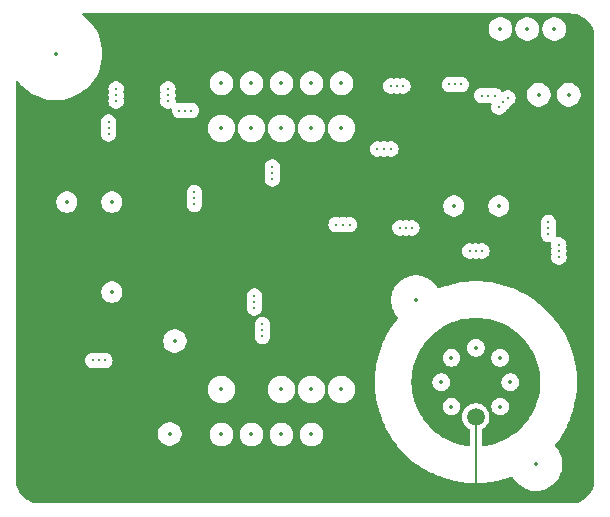
<source format=gbr>
%TF.GenerationSoftware,KiCad,Pcbnew,8.0.6*%
%TF.CreationDate,2025-01-21T00:38:52+01:00*%
%TF.ProjectId,3458A Ref A9 Clone,33343538-4120-4526-9566-20413920436c,B*%
%TF.SameCoordinates,Original*%
%TF.FileFunction,Copper,L2,Inr*%
%TF.FilePolarity,Positive*%
%FSLAX46Y46*%
G04 Gerber Fmt 4.6, Leading zero omitted, Abs format (unit mm)*
G04 Created by KiCad (PCBNEW 8.0.6) date 2025-01-21 00:38:52*
%MOMM*%
%LPD*%
G01*
G04 APERTURE LIST*
%TA.AperFunction,ComponentPad*%
%ADD10C,1.500000*%
%TD*%
%TA.AperFunction,ComponentPad*%
%ADD11C,1.700000*%
%TD*%
%TA.AperFunction,ViaPad*%
%ADD12C,0.600000*%
%TD*%
%TA.AperFunction,Conductor*%
%ADD13C,0.200000*%
%TD*%
%ADD14C,0.300000*%
%ADD15C,0.350000*%
G04 APERTURE END LIST*
D10*
%TO.N,J400 (2): REF GND*%
%TO.C,U401*%
X169623018Y-127439986D03*
%TD*%
D11*
%TO.N,J400 (2): REF GND*%
%TO.C,J400*%
X158240000Y-128940000D03*
%TD*%
D10*
%TO.N,J400 (2): REF GND*%
%TO.C,R414*%
X135001000Y-116890800D03*
%TD*%
D11*
%TO.N,J400 (2): REF GND*%
%TO.C,TP2*%
X143713200Y-131445000D03*
%TD*%
%TO.N,J400 (2): REF GND*%
%TO.C,TP4*%
X144144999Y-118491000D03*
%TD*%
D12*
%TO.N,J400 (2): REF GND*%
X142699002Y-108966002D03*
X148462999Y-117983001D03*
X142699002Y-109474002D03*
X142699001Y-108458001D03*
X144653001Y-113665001D03*
X132588000Y-127635000D03*
X149478999Y-117982999D03*
X132588000Y-127127000D03*
X144145000Y-113665000D03*
X143637001Y-113665003D03*
X132588000Y-126619000D03*
X148971002Y-117983000D03*
%TO.N,unconnected-(J400-Pin_2-Pad2)*%
X167672582Y-129230870D03*
X168660411Y-129536199D03*
X173263271Y-126836632D03*
X170688000Y-124519986D03*
X168216436Y-124941614D03*
X167352836Y-120871572D03*
X170599625Y-120329957D03*
X168660411Y-128710015D03*
X165981604Y-126797168D03*
X170561000Y-128727200D03*
X173176832Y-123063000D03*
X164610004Y-125450968D03*
X165422804Y-125450968D03*
X170561000Y-129540000D03*
X168216436Y-124103414D03*
X173837232Y-123589004D03*
X164613805Y-123550379D03*
X164914804Y-126466968D03*
X173168239Y-125997718D03*
X174646231Y-125489593D03*
X168173032Y-120973172D03*
X171946664Y-120886733D03*
X174650032Y-123589004D03*
X166768636Y-120287372D03*
X171587454Y-119809102D03*
X171107750Y-120981765D03*
X165422028Y-121628604D03*
X165439989Y-123550379D03*
X171907200Y-128168400D03*
X166083204Y-125976972D03*
X167683036Y-119804772D03*
X170180000Y-124519986D03*
X173278432Y-122242804D03*
X173820047Y-125489593D03*
X172521400Y-120311996D03*
X171043600Y-124942600D03*
X168699036Y-120312772D03*
X171043600Y-124104400D03*
X174340902Y-126477422D03*
X166091797Y-123042254D03*
X164919134Y-122562550D03*
X173862632Y-121658604D03*
X174345232Y-122573004D03*
X166738636Y-128727976D03*
X167313372Y-128153239D03*
X165996765Y-122203340D03*
X172491400Y-128752600D03*
X169630018Y-124519986D03*
X165397404Y-127381368D03*
X173838008Y-127411368D03*
X171577000Y-129235200D03*
X170599625Y-119503773D03*
X168572036Y-124519000D03*
X169080036Y-124519000D03*
X171087004Y-128066800D03*
X168699036Y-119499972D03*
X168152286Y-128058207D03*
%TD*%
D13*
%TO.N,J400 (2): REF GND*%
X169623018Y-127439986D02*
X169623018Y-133301018D01*
%TD*%
%TA.AperFunction,Conductor*%
%TO.N,unconnected-(J400-Pin_2-Pad2)*%
G36*
X170033889Y-119081282D02*
G01*
X170041252Y-119081834D01*
X170439183Y-119126670D01*
X170446503Y-119127774D01*
X170542581Y-119145953D01*
X170839966Y-119202221D01*
X170847178Y-119203867D01*
X171233984Y-119307511D01*
X171241053Y-119309692D01*
X171619025Y-119441951D01*
X171625907Y-119444651D01*
X171992976Y-119604802D01*
X171999596Y-119607990D01*
X172353678Y-119795127D01*
X172360036Y-119798798D01*
X172699125Y-120011862D01*
X172705242Y-120016033D01*
X173027426Y-120253814D01*
X173033215Y-120258430D01*
X173336745Y-120519640D01*
X173342172Y-120524675D01*
X173625327Y-120807830D01*
X173630362Y-120813257D01*
X173891572Y-121116787D01*
X173896188Y-121122576D01*
X174133969Y-121444760D01*
X174138140Y-121450877D01*
X174229224Y-121595835D01*
X174297649Y-121704734D01*
X174351194Y-121789949D01*
X174354879Y-121796333D01*
X174542006Y-122150395D01*
X174545207Y-122157041D01*
X174705349Y-122524091D01*
X174708053Y-122530982D01*
X174840309Y-122908946D01*
X174842492Y-122916021D01*
X174946134Y-123302821D01*
X174947781Y-123310039D01*
X175022228Y-123703499D01*
X175023332Y-123710819D01*
X175068167Y-124108739D01*
X175068720Y-124116122D01*
X175083693Y-124516283D01*
X175083693Y-124523687D01*
X175068720Y-124923848D01*
X175068167Y-124931231D01*
X175023332Y-125329151D01*
X175022228Y-125336471D01*
X174947781Y-125729931D01*
X174946134Y-125737149D01*
X174842492Y-126123949D01*
X174840309Y-126131024D01*
X174708053Y-126508988D01*
X174705349Y-126515879D01*
X174545207Y-126882929D01*
X174542001Y-126889585D01*
X174354886Y-127243626D01*
X174351194Y-127250021D01*
X174138140Y-127589093D01*
X174133969Y-127595210D01*
X173896188Y-127917394D01*
X173891572Y-127923183D01*
X173630362Y-128226713D01*
X173625327Y-128232140D01*
X173342172Y-128515295D01*
X173336745Y-128520330D01*
X173033215Y-128781540D01*
X173027426Y-128786156D01*
X172705242Y-129023937D01*
X172699125Y-129028108D01*
X172360053Y-129241162D01*
X172353658Y-129244854D01*
X171999617Y-129431969D01*
X171992961Y-129435175D01*
X171625911Y-129595317D01*
X171619020Y-129598021D01*
X171241056Y-129730277D01*
X171233981Y-129732460D01*
X170847181Y-129836102D01*
X170839963Y-129837749D01*
X170446503Y-129912196D01*
X170439182Y-129913300D01*
X170233602Y-129936463D01*
X170173661Y-129924189D01*
X170132381Y-129879027D01*
X170123518Y-129838085D01*
X170123518Y-128538416D01*
X170142425Y-128480225D01*
X170170401Y-128454245D01*
X170319318Y-128362039D01*
X170319316Y-128362039D01*
X170319320Y-128362038D01*
X170476890Y-128218393D01*
X170605384Y-128048241D01*
X170700423Y-127857375D01*
X170758774Y-127652296D01*
X170778447Y-127439986D01*
X170758774Y-127227676D01*
X170700423Y-127022597D01*
X170605384Y-126831731D01*
X170476890Y-126661579D01*
X170422641Y-126612125D01*
X170319325Y-126517938D01*
X170319318Y-126517932D01*
X170307830Y-126510819D01*
X170937270Y-126510819D01*
X170937270Y-126658656D01*
X170966112Y-126803652D01*
X171022685Y-126940231D01*
X171022686Y-126940233D01*
X171104819Y-127063154D01*
X171209354Y-127167689D01*
X171332275Y-127249822D01*
X171468857Y-127306396D01*
X171613852Y-127335238D01*
X171613853Y-127335238D01*
X171761687Y-127335238D01*
X171761688Y-127335238D01*
X171906683Y-127306396D01*
X172043265Y-127249822D01*
X172166186Y-127167689D01*
X172270721Y-127063154D01*
X172352854Y-126940233D01*
X172409428Y-126803651D01*
X172438270Y-126658656D01*
X172438270Y-126510820D01*
X172409428Y-126365825D01*
X172352854Y-126229243D01*
X172270721Y-126106322D01*
X172166186Y-126001787D01*
X172043265Y-125919654D01*
X172043263Y-125919653D01*
X171906684Y-125863080D01*
X171761688Y-125834238D01*
X171613852Y-125834238D01*
X171613851Y-125834238D01*
X171468855Y-125863080D01*
X171332276Y-125919653D01*
X171209355Y-126001786D01*
X171104818Y-126106323D01*
X171022685Y-126229244D01*
X170966112Y-126365823D01*
X170937270Y-126510819D01*
X170307830Y-126510819D01*
X170138042Y-126405691D01*
X170138037Y-126405688D01*
X170035138Y-126365825D01*
X169939216Y-126328665D01*
X169939215Y-126328664D01*
X169939213Y-126328664D01*
X169729628Y-126289486D01*
X169516408Y-126289486D01*
X169306822Y-126328664D01*
X169107998Y-126405688D01*
X169107993Y-126405691D01*
X168926717Y-126517932D01*
X168926710Y-126517938D01*
X168769153Y-126661572D01*
X168769149Y-126661575D01*
X168769146Y-126661579D01*
X168769143Y-126661583D01*
X168640653Y-126831729D01*
X168640648Y-126831738D01*
X168545614Y-127022594D01*
X168487262Y-127227674D01*
X168467589Y-127439986D01*
X168481405Y-127589093D01*
X168487262Y-127652296D01*
X168545613Y-127857375D01*
X168640652Y-128048241D01*
X168769146Y-128218393D01*
X168769153Y-128218399D01*
X168926710Y-128362033D01*
X168926717Y-128362039D01*
X169075635Y-128454245D01*
X169115156Y-128500953D01*
X169122518Y-128538416D01*
X169122518Y-129836508D01*
X169103611Y-129894699D01*
X169054111Y-129930663D01*
X169012434Y-129934886D01*
X168820852Y-129913300D01*
X168813531Y-129912196D01*
X168420071Y-129837749D01*
X168412853Y-129836102D01*
X168026053Y-129732460D01*
X168018978Y-129730277D01*
X167641014Y-129598021D01*
X167634123Y-129595317D01*
X167267073Y-129435175D01*
X167260427Y-129431974D01*
X166906365Y-129244847D01*
X166899989Y-129241167D01*
X166705867Y-129119192D01*
X166560909Y-129028108D01*
X166554792Y-129023937D01*
X166232608Y-128786156D01*
X166226819Y-128781540D01*
X165923289Y-128520330D01*
X165917862Y-128515295D01*
X165634707Y-128232140D01*
X165629672Y-128226713D01*
X165368462Y-127923183D01*
X165363846Y-127917394D01*
X165126065Y-127595210D01*
X165121894Y-127589093D01*
X164908830Y-127250004D01*
X164905159Y-127243646D01*
X164718022Y-126889564D01*
X164714834Y-126882944D01*
X164554683Y-126515875D01*
X164552699Y-126510819D01*
X166807766Y-126510819D01*
X166807766Y-126658656D01*
X166836608Y-126803652D01*
X166893181Y-126940231D01*
X166893182Y-126940233D01*
X166975315Y-127063154D01*
X167079850Y-127167689D01*
X167202771Y-127249822D01*
X167339353Y-127306396D01*
X167484348Y-127335238D01*
X167484349Y-127335238D01*
X167632183Y-127335238D01*
X167632184Y-127335238D01*
X167777179Y-127306396D01*
X167913761Y-127249822D01*
X168036682Y-127167689D01*
X168141217Y-127063154D01*
X168223350Y-126940233D01*
X168279924Y-126803651D01*
X168308766Y-126658656D01*
X168308766Y-126510820D01*
X168279924Y-126365825D01*
X168223350Y-126229243D01*
X168141217Y-126106322D01*
X168036682Y-126001787D01*
X167913761Y-125919654D01*
X167913759Y-125919653D01*
X167777180Y-125863080D01*
X167632184Y-125834238D01*
X167484348Y-125834238D01*
X167484347Y-125834238D01*
X167339351Y-125863080D01*
X167202772Y-125919653D01*
X167079851Y-126001786D01*
X166975314Y-126106323D01*
X166893181Y-126229244D01*
X166836608Y-126365823D01*
X166807766Y-126510819D01*
X164552699Y-126510819D01*
X164551981Y-126508988D01*
X164454093Y-126229243D01*
X164419724Y-126131021D01*
X164417542Y-126123949D01*
X164362801Y-125919653D01*
X164313899Y-125737146D01*
X164312253Y-125729931D01*
X164237806Y-125336471D01*
X164236702Y-125329151D01*
X164211212Y-125102919D01*
X164191866Y-124931220D01*
X164191314Y-124923848D01*
X164176341Y-124523674D01*
X164176341Y-124516297D01*
X164178969Y-124446068D01*
X165952518Y-124446068D01*
X165952518Y-124593904D01*
X165981360Y-124738899D01*
X166037934Y-124875481D01*
X166120067Y-124998402D01*
X166224602Y-125102937D01*
X166347523Y-125185070D01*
X166484105Y-125241644D01*
X166629100Y-125270486D01*
X166629101Y-125270486D01*
X166776935Y-125270486D01*
X166776936Y-125270486D01*
X166921931Y-125241644D01*
X167058513Y-125185070D01*
X167181434Y-125102937D01*
X167285969Y-124998402D01*
X167368102Y-124875481D01*
X167424676Y-124738899D01*
X167453518Y-124593904D01*
X167453518Y-124446068D01*
X171792518Y-124446068D01*
X171792518Y-124593904D01*
X171821360Y-124738899D01*
X171877934Y-124875481D01*
X171960067Y-124998402D01*
X172064602Y-125102937D01*
X172187523Y-125185070D01*
X172324105Y-125241644D01*
X172469100Y-125270486D01*
X172469101Y-125270486D01*
X172616935Y-125270486D01*
X172616936Y-125270486D01*
X172761931Y-125241644D01*
X172898513Y-125185070D01*
X173021434Y-125102937D01*
X173125969Y-124998402D01*
X173208102Y-124875481D01*
X173264676Y-124738899D01*
X173293518Y-124593904D01*
X173293518Y-124446068D01*
X173264676Y-124301073D01*
X173208102Y-124164491D01*
X173125969Y-124041570D01*
X173021434Y-123937035D01*
X172898513Y-123854902D01*
X172898511Y-123854901D01*
X172761932Y-123798328D01*
X172616936Y-123769486D01*
X172469100Y-123769486D01*
X172469099Y-123769486D01*
X172324103Y-123798328D01*
X172187524Y-123854901D01*
X172064603Y-123937034D01*
X171960066Y-124041571D01*
X171877933Y-124164492D01*
X171821360Y-124301071D01*
X171821360Y-124301073D01*
X171792518Y-124446068D01*
X167453518Y-124446068D01*
X167424676Y-124301073D01*
X167368102Y-124164491D01*
X167285969Y-124041570D01*
X167181434Y-123937035D01*
X167058513Y-123854902D01*
X167058511Y-123854901D01*
X166921932Y-123798328D01*
X166776936Y-123769486D01*
X166629100Y-123769486D01*
X166629099Y-123769486D01*
X166484103Y-123798328D01*
X166347524Y-123854901D01*
X166224603Y-123937034D01*
X166120066Y-124041571D01*
X166037933Y-124164492D01*
X165981360Y-124301071D01*
X165981360Y-124301073D01*
X165952518Y-124446068D01*
X164178969Y-124446068D01*
X164191314Y-124116111D01*
X164191865Y-124108752D01*
X164236702Y-123710814D01*
X164237806Y-123703499D01*
X164312253Y-123310039D01*
X164313900Y-123302821D01*
X164417545Y-122916010D01*
X164419725Y-122908946D01*
X164454093Y-122810729D01*
X164551986Y-122530968D01*
X164554679Y-122524104D01*
X164616977Y-122381315D01*
X166807766Y-122381315D01*
X166807766Y-122381316D01*
X166807766Y-122529152D01*
X166836608Y-122674147D01*
X166893182Y-122810729D01*
X166975315Y-122933650D01*
X167079850Y-123038185D01*
X167202771Y-123120318D01*
X167339353Y-123176892D01*
X167484348Y-123205734D01*
X167484349Y-123205734D01*
X167632183Y-123205734D01*
X167632184Y-123205734D01*
X167777179Y-123176892D01*
X167913761Y-123120318D01*
X168036682Y-123038185D01*
X168141217Y-122933650D01*
X168223350Y-122810729D01*
X168279924Y-122674147D01*
X168308766Y-122529152D01*
X168308766Y-122381316D01*
X168308766Y-122381315D01*
X170937270Y-122381315D01*
X170937270Y-122381316D01*
X170937270Y-122529152D01*
X170966112Y-122674147D01*
X171022686Y-122810729D01*
X171104819Y-122933650D01*
X171209354Y-123038185D01*
X171332275Y-123120318D01*
X171468857Y-123176892D01*
X171613852Y-123205734D01*
X171613853Y-123205734D01*
X171761687Y-123205734D01*
X171761688Y-123205734D01*
X171906683Y-123176892D01*
X172043265Y-123120318D01*
X172166186Y-123038185D01*
X172270721Y-122933650D01*
X172352854Y-122810729D01*
X172409428Y-122674147D01*
X172438270Y-122529152D01*
X172438270Y-122381316D01*
X172409428Y-122236321D01*
X172352854Y-122099739D01*
X172270721Y-121976818D01*
X172166186Y-121872283D01*
X172043265Y-121790150D01*
X172042780Y-121789949D01*
X171906684Y-121733576D01*
X171761688Y-121704734D01*
X171613852Y-121704734D01*
X171613851Y-121704734D01*
X171468855Y-121733576D01*
X171332276Y-121790149D01*
X171209355Y-121872282D01*
X171104818Y-121976819D01*
X171022685Y-122099740D01*
X170966112Y-122236319D01*
X170937270Y-122381315D01*
X168308766Y-122381315D01*
X168279924Y-122236321D01*
X168223350Y-122099739D01*
X168141217Y-121976818D01*
X168036682Y-121872283D01*
X167913761Y-121790150D01*
X167913276Y-121789949D01*
X167777180Y-121733576D01*
X167632184Y-121704734D01*
X167484348Y-121704734D01*
X167484347Y-121704734D01*
X167339351Y-121733576D01*
X167202772Y-121790149D01*
X167079851Y-121872282D01*
X166975314Y-121976819D01*
X166893181Y-122099740D01*
X166836608Y-122236319D01*
X166807766Y-122381315D01*
X164616977Y-122381315D01*
X164714839Y-122157015D01*
X164718016Y-122150417D01*
X164905165Y-121796312D01*
X164908823Y-121789977D01*
X165074649Y-121526067D01*
X168872518Y-121526067D01*
X168872518Y-121673904D01*
X168896223Y-121793077D01*
X168901360Y-121818899D01*
X168957934Y-121955481D01*
X169040067Y-122078402D01*
X169144602Y-122182937D01*
X169267523Y-122265070D01*
X169404105Y-122321644D01*
X169549100Y-122350486D01*
X169549101Y-122350486D01*
X169696935Y-122350486D01*
X169696936Y-122350486D01*
X169841931Y-122321644D01*
X169978513Y-122265070D01*
X170101434Y-122182937D01*
X170205969Y-122078402D01*
X170288102Y-121955481D01*
X170344676Y-121818899D01*
X170373518Y-121673904D01*
X170373518Y-121526068D01*
X170344676Y-121381073D01*
X170288102Y-121244491D01*
X170205969Y-121121570D01*
X170101434Y-121017035D01*
X169978513Y-120934902D01*
X169978511Y-120934901D01*
X169841932Y-120878328D01*
X169696936Y-120849486D01*
X169549100Y-120849486D01*
X169549099Y-120849486D01*
X169404103Y-120878328D01*
X169267524Y-120934901D01*
X169144603Y-121017034D01*
X169040066Y-121121571D01*
X168957933Y-121244492D01*
X168901360Y-121381071D01*
X168872518Y-121526067D01*
X165074649Y-121526067D01*
X165121902Y-121450864D01*
X165126055Y-121444773D01*
X165363859Y-121122559D01*
X165368448Y-121116803D01*
X165629684Y-120813243D01*
X165634694Y-120807843D01*
X165917875Y-120524662D01*
X165923275Y-120519652D01*
X166226835Y-120258416D01*
X166232591Y-120253827D01*
X166554805Y-120016023D01*
X166560896Y-120011870D01*
X166900009Y-119798791D01*
X166906344Y-119795133D01*
X167260449Y-119607984D01*
X167267047Y-119604807D01*
X167634136Y-119444647D01*
X167641000Y-119441954D01*
X168018989Y-119309689D01*
X168026042Y-119307513D01*
X168412862Y-119203865D01*
X168420062Y-119202222D01*
X168813532Y-119127773D01*
X168820846Y-119126670D01*
X169218784Y-119081833D01*
X169226143Y-119081282D01*
X169626330Y-119066309D01*
X169633706Y-119066309D01*
X170033889Y-119081282D01*
G37*
%TD.AperFunction*%
%TD*%
%TA.AperFunction,Conductor*%
%TO.N,J400 (2): REF GND*%
G36*
X177633234Y-93290711D02*
G01*
X177889736Y-93307523D01*
X177902564Y-93309212D01*
X178151502Y-93358729D01*
X178164002Y-93362078D01*
X178404344Y-93443664D01*
X178416307Y-93448620D01*
X178643926Y-93560869D01*
X178655142Y-93567344D01*
X178866175Y-93708352D01*
X178876448Y-93716235D01*
X179067265Y-93883577D01*
X179076422Y-93892734D01*
X179243764Y-94083551D01*
X179251647Y-94093824D01*
X179392655Y-94304857D01*
X179399130Y-94316073D01*
X179511379Y-94543692D01*
X179516335Y-94555655D01*
X179597919Y-94795992D01*
X179601271Y-94808501D01*
X179650786Y-95057430D01*
X179652476Y-95070269D01*
X179669288Y-95326765D01*
X179669500Y-95333240D01*
X179669500Y-132746759D01*
X179669288Y-132753234D01*
X179652476Y-133009730D01*
X179650786Y-133022569D01*
X179601271Y-133271498D01*
X179597919Y-133284007D01*
X179516335Y-133524344D01*
X179511379Y-133536307D01*
X179399130Y-133763926D01*
X179392655Y-133775142D01*
X179251647Y-133986175D01*
X179243764Y-133996448D01*
X179076422Y-134187265D01*
X179067265Y-134196422D01*
X178876448Y-134363764D01*
X178866175Y-134371647D01*
X178655142Y-134512655D01*
X178643926Y-134519130D01*
X178416307Y-134631379D01*
X178404344Y-134636335D01*
X178164007Y-134717919D01*
X178151498Y-134721271D01*
X177902569Y-134770786D01*
X177889730Y-134772476D01*
X177633235Y-134789288D01*
X177626760Y-134789500D01*
X132713240Y-134789500D01*
X132706765Y-134789288D01*
X132450269Y-134772476D01*
X132437430Y-134770786D01*
X132188501Y-134721271D01*
X132175992Y-134717919D01*
X131935655Y-134636335D01*
X131923692Y-134631379D01*
X131696073Y-134519130D01*
X131684857Y-134512655D01*
X131473824Y-134371647D01*
X131463551Y-134363764D01*
X131272734Y-134196422D01*
X131263577Y-134187265D01*
X131096235Y-133996448D01*
X131088352Y-133986175D01*
X130947344Y-133775142D01*
X130940869Y-133763926D01*
X130828620Y-133536307D01*
X130823664Y-133524344D01*
X130742078Y-133284002D01*
X130738728Y-133271498D01*
X130734671Y-133251103D01*
X130689212Y-133022564D01*
X130687523Y-133009730D01*
X130685693Y-132981811D01*
X130670712Y-132753234D01*
X130670500Y-132746759D01*
X130670500Y-128806456D01*
X142712700Y-128806456D01*
X142712700Y-129003543D01*
X142751149Y-129196834D01*
X142751149Y-129196836D01*
X142826567Y-129378913D01*
X142862899Y-129433288D01*
X142936061Y-129542782D01*
X143075418Y-129682139D01*
X143239286Y-129791632D01*
X143421365Y-129867051D01*
X143614659Y-129905500D01*
X143614660Y-129905500D01*
X143811740Y-129905500D01*
X143811741Y-129905500D01*
X144005035Y-129867051D01*
X144187114Y-129791632D01*
X144350982Y-129682139D01*
X144490339Y-129542782D01*
X144599832Y-129378914D01*
X144675251Y-129196835D01*
X144713700Y-129003541D01*
X144713700Y-128841456D01*
X147079500Y-128841456D01*
X147079500Y-129038543D01*
X147117949Y-129231834D01*
X147117949Y-129231836D01*
X147193367Y-129413913D01*
X147193368Y-129413914D01*
X147302861Y-129577782D01*
X147442218Y-129717139D01*
X147606086Y-129826632D01*
X147788165Y-129902051D01*
X147981459Y-129940500D01*
X147981460Y-129940500D01*
X148178540Y-129940500D01*
X148178541Y-129940500D01*
X148371835Y-129902051D01*
X148553914Y-129826632D01*
X148717782Y-129717139D01*
X148857139Y-129577782D01*
X148966632Y-129413914D01*
X149042051Y-129231835D01*
X149080500Y-129038541D01*
X149080500Y-128841459D01*
X149080499Y-128841456D01*
X149619500Y-128841456D01*
X149619500Y-129038543D01*
X149657949Y-129231834D01*
X149657949Y-129231836D01*
X149733367Y-129413913D01*
X149733368Y-129413914D01*
X149842861Y-129577782D01*
X149982218Y-129717139D01*
X150146086Y-129826632D01*
X150328165Y-129902051D01*
X150521459Y-129940500D01*
X150521460Y-129940500D01*
X150718540Y-129940500D01*
X150718541Y-129940500D01*
X150911835Y-129902051D01*
X151093914Y-129826632D01*
X151257782Y-129717139D01*
X151397139Y-129577782D01*
X151506632Y-129413914D01*
X151582051Y-129231835D01*
X151620500Y-129038541D01*
X151620500Y-128841459D01*
X151620499Y-128841456D01*
X152159500Y-128841456D01*
X152159500Y-129038543D01*
X152197949Y-129231834D01*
X152197949Y-129231836D01*
X152273367Y-129413913D01*
X152273368Y-129413914D01*
X152382861Y-129577782D01*
X152522218Y-129717139D01*
X152686086Y-129826632D01*
X152868165Y-129902051D01*
X153061459Y-129940500D01*
X153061460Y-129940500D01*
X153258540Y-129940500D01*
X153258541Y-129940500D01*
X153451835Y-129902051D01*
X153537592Y-129866528D01*
X153542673Y-129864712D01*
X153546676Y-129863055D01*
X153551560Y-129860743D01*
X153633914Y-129826632D01*
X153708042Y-129777100D01*
X153716357Y-129772118D01*
X153717570Y-129771470D01*
X153718631Y-129770598D01*
X153726415Y-129764824D01*
X153797782Y-129717139D01*
X153858463Y-129656456D01*
X153865651Y-129649942D01*
X153869107Y-129647107D01*
X153871942Y-129643651D01*
X153878456Y-129636463D01*
X153937139Y-129577782D01*
X153983241Y-129508783D01*
X153989022Y-129500988D01*
X153993470Y-129495570D01*
X153996773Y-129489388D01*
X154001766Y-129481059D01*
X154046632Y-129413914D01*
X154067533Y-129363451D01*
X154077538Y-129339299D01*
X154081694Y-129330511D01*
X154085880Y-129322683D01*
X154088458Y-129314182D01*
X154091733Y-129305028D01*
X154122051Y-129231835D01*
X154137508Y-129154123D01*
X154139864Y-129144714D01*
X154142785Y-129135090D01*
X154143769Y-129125089D01*
X154145195Y-129115481D01*
X154160500Y-129038541D01*
X154160500Y-128960090D01*
X154160977Y-128950384D01*
X154162000Y-128939999D01*
X154162000Y-128939998D01*
X154160977Y-128929612D01*
X154160500Y-128919908D01*
X154160500Y-128841460D01*
X154160500Y-128841456D01*
X154699500Y-128841456D01*
X154699500Y-129038543D01*
X154737949Y-129231834D01*
X154737949Y-129231836D01*
X154813367Y-129413913D01*
X154813368Y-129413914D01*
X154922861Y-129577782D01*
X155062218Y-129717139D01*
X155226086Y-129826632D01*
X155408165Y-129902051D01*
X155601459Y-129940500D01*
X155601460Y-129940500D01*
X155798540Y-129940500D01*
X155798541Y-129940500D01*
X155991835Y-129902051D01*
X156173914Y-129826632D01*
X156337782Y-129717139D01*
X156477139Y-129577782D01*
X156586632Y-129413914D01*
X156662051Y-129231835D01*
X156700500Y-129038541D01*
X156700500Y-128841459D01*
X156662051Y-128648165D01*
X156586632Y-128466086D01*
X156477139Y-128302218D01*
X156337782Y-128162861D01*
X156173917Y-128053370D01*
X156173913Y-128053367D01*
X155991835Y-127977949D01*
X155798543Y-127939500D01*
X155798541Y-127939500D01*
X155601459Y-127939500D01*
X155601456Y-127939500D01*
X155408165Y-127977949D01*
X155408163Y-127977949D01*
X155226086Y-128053367D01*
X155062218Y-128162861D01*
X155062214Y-128162864D01*
X154922864Y-128302214D01*
X154922861Y-128302218D01*
X154813367Y-128466086D01*
X154737949Y-128648163D01*
X154737949Y-128648165D01*
X154699500Y-128841456D01*
X154160500Y-128841456D01*
X154160499Y-128841450D01*
X154145194Y-128764514D01*
X154143769Y-128754904D01*
X154142785Y-128744910D01*
X154139862Y-128735276D01*
X154137509Y-128725880D01*
X154122051Y-128648165D01*
X154091734Y-128574973D01*
X154088460Y-128565822D01*
X154085882Y-128557323D01*
X154085881Y-128557321D01*
X154085880Y-128557317D01*
X154081687Y-128549473D01*
X154077534Y-128540692D01*
X154046634Y-128466091D01*
X154046632Y-128466086D01*
X154001762Y-128398933D01*
X153996773Y-128390609D01*
X153993473Y-128384435D01*
X153993471Y-128384433D01*
X153993470Y-128384430D01*
X153989028Y-128379017D01*
X153983241Y-128371214D01*
X153964842Y-128343678D01*
X153937139Y-128302218D01*
X153914691Y-128279770D01*
X153878459Y-128243537D01*
X153871935Y-128236339D01*
X153869111Y-128232898D01*
X153869107Y-128232893D01*
X153869101Y-128232888D01*
X153869099Y-128232886D01*
X153865658Y-128230062D01*
X153858461Y-128223540D01*
X153797781Y-128162860D01*
X153745406Y-128127864D01*
X153726429Y-128115184D01*
X153718630Y-128109400D01*
X153717569Y-128108529D01*
X153717566Y-128108527D01*
X153716346Y-128107875D01*
X153708030Y-128102890D01*
X153633918Y-128053370D01*
X153633915Y-128053369D01*
X153633916Y-128053369D01*
X153633914Y-128053368D01*
X153582254Y-128031969D01*
X153551557Y-128019254D01*
X153546652Y-128016935D01*
X153542689Y-128015294D01*
X153537593Y-128013470D01*
X153451835Y-127977949D01*
X153258543Y-127939500D01*
X153258541Y-127939500D01*
X153061459Y-127939500D01*
X153061456Y-127939500D01*
X152868165Y-127977949D01*
X152868163Y-127977949D01*
X152686086Y-128053367D01*
X152522218Y-128162861D01*
X152522214Y-128162864D01*
X152382864Y-128302214D01*
X152382861Y-128302218D01*
X152273367Y-128466086D01*
X152197949Y-128648163D01*
X152197949Y-128648165D01*
X152159500Y-128841456D01*
X151620499Y-128841456D01*
X151582051Y-128648165D01*
X151506632Y-128466086D01*
X151397139Y-128302218D01*
X151257782Y-128162861D01*
X151093917Y-128053370D01*
X151093913Y-128053367D01*
X150911835Y-127977949D01*
X150718543Y-127939500D01*
X150718541Y-127939500D01*
X150521459Y-127939500D01*
X150521456Y-127939500D01*
X150328165Y-127977949D01*
X150328163Y-127977949D01*
X150146086Y-128053367D01*
X149982218Y-128162861D01*
X149982214Y-128162864D01*
X149842864Y-128302214D01*
X149842861Y-128302218D01*
X149733367Y-128466086D01*
X149657949Y-128648163D01*
X149657949Y-128648165D01*
X149619500Y-128841456D01*
X149080499Y-128841456D01*
X149042051Y-128648165D01*
X148966632Y-128466086D01*
X148857139Y-128302218D01*
X148717782Y-128162861D01*
X148553917Y-128053370D01*
X148553913Y-128053367D01*
X148371835Y-127977949D01*
X148178543Y-127939500D01*
X148178541Y-127939500D01*
X147981459Y-127939500D01*
X147981456Y-127939500D01*
X147788165Y-127977949D01*
X147788163Y-127977949D01*
X147606086Y-128053367D01*
X147442218Y-128162861D01*
X147442214Y-128162864D01*
X147302864Y-128302214D01*
X147302861Y-128302218D01*
X147193367Y-128466086D01*
X147117949Y-128648163D01*
X147117949Y-128648165D01*
X147079500Y-128841456D01*
X144713700Y-128841456D01*
X144713700Y-128806459D01*
X144675251Y-128613165D01*
X144599832Y-128431086D01*
X144490339Y-128267218D01*
X144350982Y-128127861D01*
X144187114Y-128018368D01*
X144187115Y-128018368D01*
X144187113Y-128018367D01*
X144005035Y-127942949D01*
X143811743Y-127904500D01*
X143811741Y-127904500D01*
X143614659Y-127904500D01*
X143614656Y-127904500D01*
X143421365Y-127942949D01*
X143421363Y-127942949D01*
X143239286Y-128018367D01*
X143075418Y-128127861D01*
X143075414Y-128127864D01*
X142936064Y-128267214D01*
X142936061Y-128267218D01*
X142826567Y-128431086D01*
X142751149Y-128613163D01*
X142751149Y-128613165D01*
X142712700Y-128806456D01*
X130670500Y-128806456D01*
X130670500Y-125039450D01*
X146929500Y-125039450D01*
X146929500Y-125220549D01*
X146957828Y-125399406D01*
X146957829Y-125399409D01*
X147013789Y-125571639D01*
X147096004Y-125732994D01*
X147202447Y-125879501D01*
X147330499Y-126007553D01*
X147477006Y-126113996D01*
X147638361Y-126196211D01*
X147810591Y-126252171D01*
X147882136Y-126263502D01*
X147989451Y-126280500D01*
X147989454Y-126280500D01*
X148170549Y-126280500D01*
X148259977Y-126266335D01*
X148349409Y-126252171D01*
X148521639Y-126196211D01*
X148682994Y-126113996D01*
X148829501Y-126007553D01*
X148957553Y-125879501D01*
X149063996Y-125732994D01*
X149146211Y-125571639D01*
X149202171Y-125399409D01*
X149230500Y-125220546D01*
X149230500Y-125039454D01*
X149230500Y-125039450D01*
X152009500Y-125039450D01*
X152009500Y-125220549D01*
X152037828Y-125399406D01*
X152037829Y-125399409D01*
X152093789Y-125571639D01*
X152176004Y-125732994D01*
X152282447Y-125879501D01*
X152410499Y-126007553D01*
X152557006Y-126113996D01*
X152718361Y-126196211D01*
X152890591Y-126252171D01*
X152962136Y-126263502D01*
X153069451Y-126280500D01*
X153069454Y-126280500D01*
X153250549Y-126280500D01*
X153339977Y-126266335D01*
X153429409Y-126252171D01*
X153601639Y-126196211D01*
X153762994Y-126113996D01*
X153909501Y-126007553D01*
X154037553Y-125879501D01*
X154143996Y-125732994D01*
X154226211Y-125571639D01*
X154282171Y-125399409D01*
X154310500Y-125220546D01*
X154310500Y-125039454D01*
X154310500Y-125039450D01*
X154549500Y-125039450D01*
X154549500Y-125220549D01*
X154577828Y-125399406D01*
X154577829Y-125399409D01*
X154633789Y-125571639D01*
X154716004Y-125732994D01*
X154822447Y-125879501D01*
X154950499Y-126007553D01*
X155097006Y-126113996D01*
X155258361Y-126196211D01*
X155430591Y-126252171D01*
X155502136Y-126263502D01*
X155609451Y-126280500D01*
X155609454Y-126280500D01*
X155790549Y-126280500D01*
X155879977Y-126266335D01*
X155969409Y-126252171D01*
X156141639Y-126196211D01*
X156302994Y-126113996D01*
X156449501Y-126007553D01*
X156577553Y-125879501D01*
X156683996Y-125732994D01*
X156766211Y-125571639D01*
X156822171Y-125399409D01*
X156850500Y-125220546D01*
X156850500Y-125039454D01*
X156850500Y-125039450D01*
X157089500Y-125039450D01*
X157089500Y-125220549D01*
X157117828Y-125399406D01*
X157117829Y-125399409D01*
X157173789Y-125571639D01*
X157256004Y-125732994D01*
X157362447Y-125879501D01*
X157490499Y-126007553D01*
X157637006Y-126113996D01*
X157798361Y-126196211D01*
X157970591Y-126252171D01*
X158042136Y-126263502D01*
X158149451Y-126280500D01*
X158149454Y-126280500D01*
X158330549Y-126280500D01*
X158419977Y-126266335D01*
X158509409Y-126252171D01*
X158681639Y-126196211D01*
X158842994Y-126113996D01*
X158989501Y-126007553D01*
X159117553Y-125879501D01*
X159223996Y-125732994D01*
X159306211Y-125571639D01*
X159362171Y-125399409D01*
X159390500Y-125220546D01*
X159390500Y-125039454D01*
X159390500Y-125039450D01*
X159362171Y-124860593D01*
X159362171Y-124860591D01*
X159306211Y-124688361D01*
X159223996Y-124527006D01*
X159178151Y-124463906D01*
X161081067Y-124463906D01*
X161081067Y-124576065D01*
X161100780Y-125102928D01*
X161109163Y-125214789D01*
X161168192Y-125738677D01*
X161184910Y-125849596D01*
X161282923Y-126367616D01*
X161307887Y-126476986D01*
X161444344Y-126986247D01*
X161477407Y-127093437D01*
X161651525Y-127591036D01*
X161651533Y-127591058D01*
X161692514Y-127695477D01*
X161903343Y-128178703D01*
X161928076Y-128230062D01*
X161952014Y-128279771D01*
X162198358Y-128745876D01*
X162254456Y-128843041D01*
X162476760Y-129196834D01*
X162534949Y-129289441D01*
X162598137Y-129382121D01*
X162598147Y-129382134D01*
X162598148Y-129382136D01*
X162691620Y-129508787D01*
X162911208Y-129806318D01*
X162961530Y-129869419D01*
X162981156Y-129894029D01*
X163325038Y-130293628D01*
X163369040Y-130341051D01*
X163401342Y-130375864D01*
X163774140Y-130748662D01*
X163774153Y-130748674D01*
X163774155Y-130748676D01*
X163856375Y-130824965D01*
X164255974Y-131168847D01*
X164255981Y-131168852D01*
X164255985Y-131168856D01*
X164343686Y-131238796D01*
X164767883Y-131551867D01*
X164860563Y-131615055D01*
X165083766Y-131755303D01*
X165306962Y-131895547D01*
X165306969Y-131895551D01*
X165404114Y-131951638D01*
X165870234Y-132197990D01*
X165971301Y-132246661D01*
X166454527Y-132457490D01*
X166558946Y-132498471D01*
X166721423Y-132555324D01*
X167056566Y-132672596D01*
X167056576Y-132672599D01*
X167163764Y-132705662D01*
X167673015Y-132842116D01*
X167752200Y-132860189D01*
X167782387Y-132867080D01*
X168005772Y-132909346D01*
X168300404Y-132965093D01*
X168411322Y-132981811D01*
X168935223Y-133040841D01*
X169047085Y-133049224D01*
X169573932Y-133068937D01*
X169573939Y-133068937D01*
X169686097Y-133068937D01*
X169686104Y-133068937D01*
X170212951Y-133049224D01*
X170324813Y-133040841D01*
X170848714Y-132981811D01*
X170959632Y-132965093D01*
X171331613Y-132894710D01*
X171477648Y-132867080D01*
X171477657Y-132867078D01*
X171587021Y-132842116D01*
X172096272Y-132705662D01*
X172203460Y-132672599D01*
X172634268Y-132521852D01*
X172695437Y-132520480D01*
X172745732Y-132555324D01*
X172755756Y-132571511D01*
X172765394Y-132591055D01*
X172928896Y-132835753D01*
X172928911Y-132835773D01*
X173122950Y-133057031D01*
X173122959Y-133057041D01*
X173122967Y-133057048D01*
X173122968Y-133057049D01*
X173344226Y-133251088D01*
X173344232Y-133251092D01*
X173344236Y-133251096D01*
X173344242Y-133251100D01*
X173344246Y-133251103D01*
X173588941Y-133414603D01*
X173588947Y-133414607D01*
X173852904Y-133544777D01*
X173852906Y-133544777D01*
X173852911Y-133544780D01*
X174026761Y-133603793D01*
X174131599Y-133639382D01*
X174131601Y-133639382D01*
X174131606Y-133639384D01*
X174420265Y-133696802D01*
X174713949Y-133716051D01*
X175007633Y-133696802D01*
X175296292Y-133639384D01*
X175574987Y-133544780D01*
X175838949Y-133414608D01*
X176083662Y-133251096D01*
X176304939Y-133057041D01*
X176498994Y-132835764D01*
X176662506Y-132591051D01*
X176792678Y-132327089D01*
X176887282Y-132048394D01*
X176944700Y-131759735D01*
X176963949Y-131466051D01*
X176944700Y-131172367D01*
X176887282Y-130883708D01*
X176867341Y-130824965D01*
X176841440Y-130748662D01*
X176792678Y-130605013D01*
X176662506Y-130341051D01*
X176498994Y-130096338D01*
X176498990Y-130096334D01*
X176498986Y-130096328D01*
X176353778Y-129930750D01*
X176329625Y-129874534D01*
X176343129Y-129814857D01*
X176348555Y-129806687D01*
X176348819Y-129806329D01*
X176348828Y-129806318D01*
X176661899Y-129382121D01*
X176725087Y-129289441D01*
X177005583Y-128843035D01*
X177061670Y-128745890D01*
X177308022Y-128279770D01*
X177356693Y-128178703D01*
X177567522Y-127695477D01*
X177608503Y-127591058D01*
X177782631Y-127093428D01*
X177815694Y-126986240D01*
X177952148Y-126476989D01*
X177977110Y-126367625D01*
X178075125Y-125849600D01*
X178091843Y-125738682D01*
X178150873Y-125214781D01*
X178159256Y-125102919D01*
X178178969Y-124576072D01*
X178178969Y-124463900D01*
X178159256Y-123937053D01*
X178150873Y-123825191D01*
X178091843Y-123301290D01*
X178075125Y-123190372D01*
X178008608Y-122838817D01*
X177977112Y-122672355D01*
X177952148Y-122562985D01*
X177952148Y-122562983D01*
X177815694Y-122053732D01*
X177782631Y-121946544D01*
X177772514Y-121917632D01*
X177608510Y-121448935D01*
X177608503Y-121448914D01*
X177567522Y-121344495D01*
X177356693Y-120861269D01*
X177308022Y-120760202D01*
X177249779Y-120650001D01*
X177061677Y-120294095D01*
X177061675Y-120294092D01*
X177061670Y-120294082D01*
X177005583Y-120196937D01*
X176971064Y-120142001D01*
X176795124Y-119861994D01*
X176725087Y-119750531D01*
X176661899Y-119657851D01*
X176348828Y-119233654D01*
X176278888Y-119145953D01*
X176278879Y-119145942D01*
X175934997Y-118746343D01*
X175858708Y-118664123D01*
X175858706Y-118664121D01*
X175858694Y-118664108D01*
X175485896Y-118291310D01*
X175427364Y-118237000D01*
X175403660Y-118215006D01*
X175004061Y-117871124D01*
X174916342Y-117801170D01*
X174492168Y-117488116D01*
X174492166Y-117488115D01*
X174492153Y-117488105D01*
X174399473Y-117424917D01*
X174228277Y-117317347D01*
X173953073Y-117144424D01*
X173855908Y-117088326D01*
X173389803Y-116841982D01*
X173307006Y-116802110D01*
X173288735Y-116793311D01*
X172805509Y-116582482D01*
X172701090Y-116541501D01*
X172701075Y-116541495D01*
X172701068Y-116541493D01*
X172203469Y-116367375D01*
X172096279Y-116334312D01*
X171587018Y-116197855D01*
X171477648Y-116172891D01*
X170959628Y-116074878D01*
X170848709Y-116058160D01*
X170324821Y-115999131D01*
X170212960Y-115990748D01*
X169916599Y-115979659D01*
X169686104Y-115971035D01*
X169573932Y-115971035D01*
X169356995Y-115979152D01*
X169047075Y-115990748D01*
X168935214Y-115999131D01*
X168411326Y-116058160D01*
X168300407Y-116074878D01*
X167782387Y-116172891D01*
X167673017Y-116197855D01*
X167163756Y-116334312D01*
X167056566Y-116367375D01*
X166558957Y-116541496D01*
X166502227Y-116563761D01*
X166441151Y-116567419D01*
X166389589Y-116534480D01*
X166380329Y-116521114D01*
X166314198Y-116406572D01*
X166146577Y-116188123D01*
X165951877Y-115993423D01*
X165733428Y-115825802D01*
X165494970Y-115688128D01*
X165494965Y-115688125D01*
X165240580Y-115582755D01*
X165119470Y-115550304D01*
X164974615Y-115511491D01*
X164974608Y-115511490D01*
X164701624Y-115475551D01*
X164701623Y-115475551D01*
X164426275Y-115475551D01*
X164426273Y-115475551D01*
X164153289Y-115511490D01*
X164153287Y-115511490D01*
X164153283Y-115511491D01*
X164052754Y-115538427D01*
X163887317Y-115582755D01*
X163632932Y-115688125D01*
X163394466Y-115825804D01*
X163176024Y-115993420D01*
X162981318Y-116188126D01*
X162813702Y-116406568D01*
X162676023Y-116645034D01*
X162570653Y-116899419D01*
X162549198Y-116979493D01*
X162499389Y-117165385D01*
X162499388Y-117165389D01*
X162499388Y-117165391D01*
X162465222Y-117424912D01*
X162463449Y-117438377D01*
X162463449Y-117713725D01*
X162499389Y-117986717D01*
X162524432Y-118080178D01*
X162570653Y-118252682D01*
X162676023Y-118507067D01*
X162676026Y-118507072D01*
X162813700Y-118745530D01*
X162981321Y-118963979D01*
X162981324Y-118963982D01*
X163000443Y-118983102D01*
X163028220Y-119037619D01*
X163018647Y-119098051D01*
X163005479Y-119117679D01*
X162981142Y-119145959D01*
X162911202Y-119233661D01*
X162598148Y-119657835D01*
X162534944Y-119750538D01*
X162254456Y-120196930D01*
X162198358Y-120294095D01*
X161952014Y-120760200D01*
X161929565Y-120806818D01*
X161903343Y-120861269D01*
X161711709Y-121300499D01*
X161692518Y-121344486D01*
X161651525Y-121448935D01*
X161477407Y-121946534D01*
X161444344Y-122053724D01*
X161307887Y-122562985D01*
X161282923Y-122672355D01*
X161184910Y-123190375D01*
X161168192Y-123301294D01*
X161109163Y-123825182D01*
X161100780Y-123937043D01*
X161081067Y-124463906D01*
X159178151Y-124463906D01*
X159117553Y-124380499D01*
X158989501Y-124252447D01*
X158842994Y-124146004D01*
X158842993Y-124146003D01*
X158842991Y-124146002D01*
X158681637Y-124063788D01*
X158509406Y-124007828D01*
X158330549Y-123979500D01*
X158330546Y-123979500D01*
X158149454Y-123979500D01*
X158149451Y-123979500D01*
X157970593Y-124007828D01*
X157798362Y-124063788D01*
X157637008Y-124146002D01*
X157563752Y-124199225D01*
X157490499Y-124252447D01*
X157362447Y-124380499D01*
X157309225Y-124453752D01*
X157256002Y-124527008D01*
X157173788Y-124688362D01*
X157117828Y-124860593D01*
X157089500Y-125039450D01*
X156850500Y-125039450D01*
X156822171Y-124860593D01*
X156822171Y-124860591D01*
X156766211Y-124688361D01*
X156683996Y-124527006D01*
X156577553Y-124380499D01*
X156449501Y-124252447D01*
X156302994Y-124146004D01*
X156302993Y-124146003D01*
X156302991Y-124146002D01*
X156141637Y-124063788D01*
X155969406Y-124007828D01*
X155790549Y-123979500D01*
X155790546Y-123979500D01*
X155609454Y-123979500D01*
X155609451Y-123979500D01*
X155430593Y-124007828D01*
X155258362Y-124063788D01*
X155097008Y-124146002D01*
X155023752Y-124199225D01*
X154950499Y-124252447D01*
X154822447Y-124380499D01*
X154769225Y-124453752D01*
X154716002Y-124527008D01*
X154633788Y-124688362D01*
X154577828Y-124860593D01*
X154549500Y-125039450D01*
X154310500Y-125039450D01*
X154282171Y-124860593D01*
X154282171Y-124860591D01*
X154226211Y-124688361D01*
X154143996Y-124527006D01*
X154037553Y-124380499D01*
X153909501Y-124252447D01*
X153762994Y-124146004D01*
X153762993Y-124146003D01*
X153762991Y-124146002D01*
X153601637Y-124063788D01*
X153429406Y-124007828D01*
X153250549Y-123979500D01*
X153250546Y-123979500D01*
X153069454Y-123979500D01*
X153069451Y-123979500D01*
X152890593Y-124007828D01*
X152718362Y-124063788D01*
X152557008Y-124146002D01*
X152483752Y-124199225D01*
X152410499Y-124252447D01*
X152282447Y-124380499D01*
X152229225Y-124453752D01*
X152176002Y-124527008D01*
X152093788Y-124688362D01*
X152037828Y-124860593D01*
X152009500Y-125039450D01*
X149230500Y-125039450D01*
X149202171Y-124860593D01*
X149202171Y-124860591D01*
X149146211Y-124688361D01*
X149063996Y-124527006D01*
X148957553Y-124380499D01*
X148829501Y-124252447D01*
X148682994Y-124146004D01*
X148682993Y-124146003D01*
X148682991Y-124146002D01*
X148521637Y-124063788D01*
X148349406Y-124007828D01*
X148170549Y-123979500D01*
X148170546Y-123979500D01*
X147989454Y-123979500D01*
X147989451Y-123979500D01*
X147810593Y-124007828D01*
X147638362Y-124063788D01*
X147477008Y-124146002D01*
X147403752Y-124199225D01*
X147330499Y-124252447D01*
X147202447Y-124380499D01*
X147149225Y-124453752D01*
X147096002Y-124527008D01*
X147013788Y-124688362D01*
X146957828Y-124860593D01*
X146929500Y-125039450D01*
X130670500Y-125039450D01*
X130670500Y-122681999D01*
X136555523Y-122681999D01*
X136555523Y-122682002D01*
X136574563Y-122838817D01*
X136574564Y-122838818D01*
X136630581Y-122986524D01*
X136720316Y-123116529D01*
X136720317Y-123116530D01*
X136720318Y-123116531D01*
X136838561Y-123221284D01*
X136978436Y-123294697D01*
X137131816Y-123332501D01*
X137131819Y-123332501D01*
X137289783Y-123332501D01*
X137289786Y-123332501D01*
X137441113Y-123295203D01*
X137488492Y-123295203D01*
X137639815Y-123332500D01*
X137639818Y-123332500D01*
X137797782Y-123332500D01*
X137797785Y-123332500D01*
X137949108Y-123295203D01*
X137996492Y-123295203D01*
X138147815Y-123332500D01*
X138147818Y-123332500D01*
X138305782Y-123332500D01*
X138305785Y-123332500D01*
X138459165Y-123294696D01*
X138599040Y-123221283D01*
X138717283Y-123116530D01*
X138807020Y-122986523D01*
X138863037Y-122838818D01*
X138882078Y-122682000D01*
X138863037Y-122525182D01*
X138807020Y-122377477D01*
X138762151Y-122312473D01*
X138717284Y-122247471D01*
X138599041Y-122142718D01*
X138599040Y-122142717D01*
X138480800Y-122080659D01*
X138459164Y-122069303D01*
X138305787Y-122031500D01*
X138305785Y-122031500D01*
X138147815Y-122031500D01*
X138147812Y-122031500D01*
X137996492Y-122068797D01*
X137949108Y-122068797D01*
X137797787Y-122031500D01*
X137797785Y-122031500D01*
X137639815Y-122031500D01*
X137639811Y-122031500D01*
X137488490Y-122068797D01*
X137441106Y-122068797D01*
X137289789Y-122031501D01*
X137289786Y-122031501D01*
X137131816Y-122031501D01*
X137131813Y-122031501D01*
X136978436Y-122069304D01*
X136838559Y-122142719D01*
X136720316Y-122247472D01*
X136630581Y-122377477D01*
X136574564Y-122525183D01*
X136574563Y-122525184D01*
X136555523Y-122681999D01*
X130670500Y-122681999D01*
X130670500Y-120932456D01*
X143144500Y-120932456D01*
X143144500Y-121129543D01*
X143182949Y-121322834D01*
X143182949Y-121322836D01*
X143258367Y-121504913D01*
X143258368Y-121504914D01*
X143367861Y-121668782D01*
X143507218Y-121808139D01*
X143671086Y-121917632D01*
X143853165Y-121993051D01*
X144046459Y-122031500D01*
X144046460Y-122031500D01*
X144243540Y-122031500D01*
X144243541Y-122031500D01*
X144436835Y-121993051D01*
X144618914Y-121917632D01*
X144782782Y-121808139D01*
X144922139Y-121668782D01*
X145031632Y-121504914D01*
X145107051Y-121322835D01*
X145145500Y-121129541D01*
X145145500Y-120932459D01*
X145107051Y-120739165D01*
X145031632Y-120557086D01*
X144922139Y-120393218D01*
X144782782Y-120253861D01*
X144618914Y-120144368D01*
X144618915Y-120144368D01*
X144618913Y-120144367D01*
X144436835Y-120068949D01*
X144243543Y-120030500D01*
X144243541Y-120030500D01*
X144046459Y-120030500D01*
X144046456Y-120030500D01*
X143853165Y-120068949D01*
X143853163Y-120068949D01*
X143671086Y-120144367D01*
X143507218Y-120253861D01*
X143507214Y-120253864D01*
X143367864Y-120393214D01*
X143367861Y-120393218D01*
X143258367Y-120557086D01*
X143182949Y-120739163D01*
X143182949Y-120739165D01*
X143144500Y-120932456D01*
X130670500Y-120932456D01*
X130670500Y-119633998D01*
X150904622Y-119633998D01*
X150904622Y-119634000D01*
X150923663Y-119790818D01*
X150933508Y-119816779D01*
X150947205Y-119852895D01*
X150950160Y-119914009D01*
X150947205Y-119923105D01*
X150923663Y-119985182D01*
X150904622Y-120141998D01*
X150904622Y-120142001D01*
X150914142Y-120220409D01*
X150923663Y-120298818D01*
X150933508Y-120324779D01*
X150947205Y-120360895D01*
X150950160Y-120422009D01*
X150947205Y-120431105D01*
X150923663Y-120493182D01*
X150904622Y-120649998D01*
X150904622Y-120650001D01*
X150923662Y-120806816D01*
X150923663Y-120806818D01*
X150971311Y-120932456D01*
X150979680Y-120954523D01*
X151069415Y-121084528D01*
X151069416Y-121084529D01*
X151069417Y-121084530D01*
X151187660Y-121189283D01*
X151327535Y-121262696D01*
X151480915Y-121300500D01*
X151480918Y-121300500D01*
X151638882Y-121300500D01*
X151638885Y-121300500D01*
X151792265Y-121262696D01*
X151932140Y-121189283D01*
X152050383Y-121084530D01*
X152140120Y-120954523D01*
X152196137Y-120806818D01*
X152215178Y-120650000D01*
X152196137Y-120493182D01*
X152172593Y-120431105D01*
X152169637Y-120369994D01*
X152172590Y-120360903D01*
X152196137Y-120298818D01*
X152208831Y-120194272D01*
X152215178Y-120142001D01*
X152215178Y-120141998D01*
X152196137Y-119985183D01*
X152196135Y-119985178D01*
X152172593Y-119923105D01*
X152169637Y-119861994D01*
X152172590Y-119852903D01*
X152196137Y-119790818D01*
X152215178Y-119634000D01*
X152196137Y-119477182D01*
X152140120Y-119329477D01*
X152073983Y-119233661D01*
X152050384Y-119199471D01*
X151932141Y-119094718D01*
X151932140Y-119094717D01*
X151843232Y-119048054D01*
X151792264Y-119021303D01*
X151638887Y-118983500D01*
X151638885Y-118983500D01*
X151480915Y-118983500D01*
X151480912Y-118983500D01*
X151327535Y-119021303D01*
X151187658Y-119094718D01*
X151069415Y-119199471D01*
X150979680Y-119329476D01*
X150923663Y-119477182D01*
X150923662Y-119477183D01*
X150904622Y-119633998D01*
X130670500Y-119633998D01*
X130670500Y-116802106D01*
X137910500Y-116802106D01*
X137910500Y-116802109D01*
X137910500Y-116979491D01*
X137943307Y-117144424D01*
X137945106Y-117153465D01*
X137945106Y-117153467D01*
X138012985Y-117317344D01*
X138012985Y-117317345D01*
X138100951Y-117448994D01*
X138111536Y-117464835D01*
X138236965Y-117590264D01*
X138384453Y-117688813D01*
X138548334Y-117756694D01*
X138722309Y-117791300D01*
X138722310Y-117791300D01*
X138899690Y-117791300D01*
X138899691Y-117791300D01*
X139073666Y-117756694D01*
X139237547Y-117688813D01*
X139385035Y-117590264D01*
X139510464Y-117464835D01*
X139609013Y-117317347D01*
X139648921Y-117221000D01*
X150220722Y-117221000D01*
X150239763Y-117377818D01*
X150249608Y-117403779D01*
X150263305Y-117439895D01*
X150266260Y-117501009D01*
X150263305Y-117510105D01*
X150239763Y-117572182D01*
X150220722Y-117728998D01*
X150220722Y-117729001D01*
X150224085Y-117756694D01*
X150239763Y-117885818D01*
X150249608Y-117911779D01*
X150263305Y-117947895D01*
X150266260Y-118009009D01*
X150263305Y-118018105D01*
X150239763Y-118080182D01*
X150220722Y-118236998D01*
X150220722Y-118237001D01*
X150239762Y-118393816D01*
X150239763Y-118393818D01*
X150295780Y-118541523D01*
X150385515Y-118671528D01*
X150385516Y-118671529D01*
X150385517Y-118671530D01*
X150503760Y-118776283D01*
X150643635Y-118849696D01*
X150797015Y-118887500D01*
X150797018Y-118887500D01*
X150954982Y-118887500D01*
X150954985Y-118887500D01*
X151108365Y-118849696D01*
X151248240Y-118776283D01*
X151366483Y-118671530D01*
X151456220Y-118541523D01*
X151512237Y-118393818D01*
X151531278Y-118237000D01*
X151528607Y-118215006D01*
X151512237Y-118080183D01*
X151512235Y-118080178D01*
X151488693Y-118018105D01*
X151485737Y-117956994D01*
X151488690Y-117947903D01*
X151512237Y-117885818D01*
X151527915Y-117756694D01*
X151531278Y-117729001D01*
X151531278Y-117728998D01*
X151518584Y-117624454D01*
X151512237Y-117572182D01*
X151488693Y-117510105D01*
X151485737Y-117448994D01*
X151488690Y-117439903D01*
X151512237Y-117377818D01*
X151531278Y-117221000D01*
X151512237Y-117064182D01*
X151456220Y-116916477D01*
X151404800Y-116841982D01*
X151366484Y-116786471D01*
X151248241Y-116681718D01*
X151248240Y-116681717D01*
X151178302Y-116645010D01*
X151108364Y-116608303D01*
X150954987Y-116570500D01*
X150954985Y-116570500D01*
X150797015Y-116570500D01*
X150797012Y-116570500D01*
X150643635Y-116608303D01*
X150503758Y-116681718D01*
X150385515Y-116786471D01*
X150295780Y-116916476D01*
X150239763Y-117064182D01*
X150239762Y-117064183D01*
X150227474Y-117165391D01*
X150220722Y-117221000D01*
X139648921Y-117221000D01*
X139676894Y-117153466D01*
X139711500Y-116979491D01*
X139711500Y-116802109D01*
X139676894Y-116628134D01*
X139609014Y-116464255D01*
X139609014Y-116464254D01*
X139510464Y-116316765D01*
X139385034Y-116191335D01*
X139237544Y-116092785D01*
X139073666Y-116024906D01*
X138899693Y-115990300D01*
X138899691Y-115990300D01*
X138722309Y-115990300D01*
X138722306Y-115990300D01*
X138548334Y-116024906D01*
X138548332Y-116024906D01*
X138384455Y-116092785D01*
X138384454Y-116092785D01*
X138236965Y-116191335D01*
X138111535Y-116316765D01*
X138012985Y-116464254D01*
X138012985Y-116464255D01*
X137945106Y-116628132D01*
X137945106Y-116628134D01*
X137910500Y-116802106D01*
X130670500Y-116802106D01*
X130670500Y-113410998D01*
X168457922Y-113410998D01*
X168457922Y-113411001D01*
X168476962Y-113567816D01*
X168476963Y-113567818D01*
X168513819Y-113665000D01*
X168532980Y-113715523D01*
X168622715Y-113845528D01*
X168622716Y-113845529D01*
X168622717Y-113845530D01*
X168740960Y-113950283D01*
X168880835Y-114023696D01*
X169034215Y-114061500D01*
X169034218Y-114061500D01*
X169192182Y-114061500D01*
X169192185Y-114061500D01*
X169343508Y-114024203D01*
X169390892Y-114024203D01*
X169542215Y-114061500D01*
X169542218Y-114061500D01*
X169700182Y-114061500D01*
X169700185Y-114061500D01*
X169851512Y-114024202D01*
X169898891Y-114024202D01*
X170050214Y-114061499D01*
X170050217Y-114061499D01*
X170208181Y-114061499D01*
X170208184Y-114061499D01*
X170361564Y-114023695D01*
X170501439Y-113950282D01*
X170619682Y-113845529D01*
X170709419Y-113715522D01*
X170765436Y-113567817D01*
X170784477Y-113410999D01*
X170765436Y-113254181D01*
X170709419Y-113106476D01*
X170664550Y-113041472D01*
X170619683Y-112976470D01*
X170501440Y-112871717D01*
X170501439Y-112871716D01*
X170383199Y-112809658D01*
X170361563Y-112798302D01*
X170208186Y-112760499D01*
X170208184Y-112760499D01*
X170050214Y-112760499D01*
X170050210Y-112760499D01*
X169898889Y-112797796D01*
X169851505Y-112797796D01*
X169700188Y-112760500D01*
X169700185Y-112760500D01*
X169542215Y-112760500D01*
X169542212Y-112760500D01*
X169390892Y-112797797D01*
X169343508Y-112797797D01*
X169192187Y-112760500D01*
X169192185Y-112760500D01*
X169034215Y-112760500D01*
X169034212Y-112760500D01*
X168880835Y-112798303D01*
X168740958Y-112871718D01*
X168622715Y-112976471D01*
X168532980Y-113106476D01*
X168476963Y-113254182D01*
X168476962Y-113254183D01*
X168457922Y-113410998D01*
X130670500Y-113410998D01*
X130670500Y-111173997D01*
X157140722Y-111173997D01*
X157140722Y-111174000D01*
X157159762Y-111330815D01*
X157159763Y-111330817D01*
X157206934Y-111455198D01*
X157215780Y-111478522D01*
X157305515Y-111608527D01*
X157305516Y-111608528D01*
X157305517Y-111608529D01*
X157423760Y-111713282D01*
X157563635Y-111786695D01*
X157717015Y-111824499D01*
X157717018Y-111824499D01*
X157874982Y-111824499D01*
X157874985Y-111824499D01*
X158028365Y-111786695D01*
X158036489Y-111782430D01*
X158096799Y-111772127D01*
X158128508Y-111782430D01*
X158136635Y-111786695D01*
X158290015Y-111824499D01*
X158290018Y-111824499D01*
X158447982Y-111824499D01*
X158447985Y-111824499D01*
X158601365Y-111786695D01*
X158607988Y-111783218D01*
X158668297Y-111772914D01*
X158700009Y-111783217D01*
X158706635Y-111786695D01*
X158860015Y-111824499D01*
X158860018Y-111824499D01*
X159017982Y-111824499D01*
X159017985Y-111824499D01*
X159171365Y-111786695D01*
X159311240Y-111713282D01*
X159429483Y-111608529D01*
X159519220Y-111478522D01*
X159528066Y-111455198D01*
X162539722Y-111455198D01*
X162539722Y-111455201D01*
X162558762Y-111612016D01*
X162558763Y-111612018D01*
X162578029Y-111662818D01*
X162614780Y-111759723D01*
X162704515Y-111889728D01*
X162704516Y-111889729D01*
X162704517Y-111889730D01*
X162822760Y-111994483D01*
X162962635Y-112067896D01*
X163116015Y-112105700D01*
X163116018Y-112105700D01*
X163273982Y-112105700D01*
X163273985Y-112105700D01*
X163425308Y-112068403D01*
X163472692Y-112068403D01*
X163624015Y-112105700D01*
X163624018Y-112105700D01*
X163781982Y-112105700D01*
X163781985Y-112105700D01*
X163933308Y-112068403D01*
X163980692Y-112068403D01*
X164132015Y-112105700D01*
X164132018Y-112105700D01*
X164289982Y-112105700D01*
X164289985Y-112105700D01*
X164443365Y-112067896D01*
X164583240Y-111994483D01*
X164701483Y-111889730D01*
X164791220Y-111759723D01*
X164847237Y-111612018D01*
X164866278Y-111455200D01*
X164847237Y-111298382D01*
X164791220Y-111150677D01*
X164701483Y-111020670D01*
X164675894Y-110998000D01*
X175112722Y-110998000D01*
X175131763Y-111154818D01*
X175139037Y-111173997D01*
X175155305Y-111216895D01*
X175158260Y-111278009D01*
X175155305Y-111287105D01*
X175138728Y-111330816D01*
X175131763Y-111349182D01*
X175112722Y-111506000D01*
X175131763Y-111662818D01*
X175141608Y-111688779D01*
X175155305Y-111724895D01*
X175158260Y-111786009D01*
X175155305Y-111795104D01*
X175131764Y-111857180D01*
X175112723Y-112013997D01*
X175112723Y-112014000D01*
X175131763Y-112170815D01*
X175131764Y-112170816D01*
X175187781Y-112318522D01*
X175277516Y-112448527D01*
X175277517Y-112448528D01*
X175277518Y-112448529D01*
X175395761Y-112553282D01*
X175535636Y-112626695D01*
X175689016Y-112664499D01*
X175689019Y-112664499D01*
X175846983Y-112664499D01*
X175846986Y-112664499D01*
X175897092Y-112652149D01*
X175958114Y-112656580D01*
X176004879Y-112696035D01*
X176019522Y-112755442D01*
X176019060Y-112760205D01*
X176005520Y-112871717D01*
X176001722Y-112903000D01*
X176020763Y-113059818D01*
X176030608Y-113085779D01*
X176044305Y-113121895D01*
X176047260Y-113183009D01*
X176044305Y-113192105D01*
X176020765Y-113254178D01*
X176020763Y-113254182D01*
X176001722Y-113411000D01*
X176020763Y-113567818D01*
X176030608Y-113593779D01*
X176044305Y-113629895D01*
X176047260Y-113691009D01*
X176044305Y-113700104D01*
X176020764Y-113762180D01*
X176001723Y-113918997D01*
X176001723Y-113919000D01*
X176020763Y-114075815D01*
X176020764Y-114075816D01*
X176076781Y-114223522D01*
X176166516Y-114353527D01*
X176166517Y-114353528D01*
X176166518Y-114353529D01*
X176284761Y-114458282D01*
X176424636Y-114531695D01*
X176578016Y-114569499D01*
X176578019Y-114569499D01*
X176735983Y-114569499D01*
X176735986Y-114569499D01*
X176889366Y-114531695D01*
X177029241Y-114458282D01*
X177147484Y-114353529D01*
X177237221Y-114223522D01*
X177293238Y-114075817D01*
X177305932Y-113971271D01*
X177312279Y-113919000D01*
X177312279Y-113918997D01*
X177293238Y-113762182D01*
X177293238Y-113762181D01*
X177269694Y-113700103D01*
X177266738Y-113638991D01*
X177269694Y-113629895D01*
X177293237Y-113567818D01*
X177312278Y-113411000D01*
X177293237Y-113254182D01*
X177269693Y-113192105D01*
X177266737Y-113130994D01*
X177269690Y-113121903D01*
X177293237Y-113059818D01*
X177312278Y-112903000D01*
X177308479Y-112871716D01*
X177299504Y-112797796D01*
X177293237Y-112746182D01*
X177237220Y-112598477D01*
X177147483Y-112468470D01*
X177029240Y-112363717D01*
X176943129Y-112318522D01*
X176889364Y-112290303D01*
X176735987Y-112252500D01*
X176735985Y-112252500D01*
X176578015Y-112252500D01*
X176527908Y-112264849D01*
X176466884Y-112260417D01*
X176420120Y-112220961D01*
X176405478Y-112161554D01*
X176405936Y-112156830D01*
X176423279Y-112013999D01*
X176420909Y-111994483D01*
X176404238Y-111857182D01*
X176404238Y-111857181D01*
X176380694Y-111795103D01*
X176377738Y-111733991D01*
X176380694Y-111724895D01*
X176404237Y-111662818D01*
X176423278Y-111506000D01*
X176404237Y-111349182D01*
X176380693Y-111287105D01*
X176377737Y-111225994D01*
X176380690Y-111216903D01*
X176404237Y-111154818D01*
X176423278Y-110998000D01*
X176404237Y-110841182D01*
X176348220Y-110693477D01*
X176276599Y-110589715D01*
X176258484Y-110563471D01*
X176213365Y-110523499D01*
X176140240Y-110458717D01*
X176026487Y-110399014D01*
X176000364Y-110385303D01*
X175846987Y-110347500D01*
X175846985Y-110347500D01*
X175689015Y-110347500D01*
X175689012Y-110347500D01*
X175535635Y-110385303D01*
X175395758Y-110458718D01*
X175277515Y-110563471D01*
X175187780Y-110693476D01*
X175131763Y-110841182D01*
X175131762Y-110841183D01*
X175122688Y-110915918D01*
X175112722Y-110998000D01*
X164675894Y-110998000D01*
X164583240Y-110915917D01*
X164494755Y-110869476D01*
X164443364Y-110842503D01*
X164289987Y-110804700D01*
X164289985Y-110804700D01*
X164132015Y-110804700D01*
X164132012Y-110804700D01*
X163980692Y-110841997D01*
X163933308Y-110841997D01*
X163781987Y-110804700D01*
X163781985Y-110804700D01*
X163624015Y-110804700D01*
X163624012Y-110804700D01*
X163472692Y-110841997D01*
X163425308Y-110841997D01*
X163273987Y-110804700D01*
X163273985Y-110804700D01*
X163116015Y-110804700D01*
X163116012Y-110804700D01*
X162962635Y-110842503D01*
X162822758Y-110915918D01*
X162704515Y-111020671D01*
X162614780Y-111150676D01*
X162558763Y-111298382D01*
X162558762Y-111298383D01*
X162539722Y-111455198D01*
X159528066Y-111455198D01*
X159575237Y-111330817D01*
X159594278Y-111173999D01*
X159591949Y-111154821D01*
X159575237Y-111017182D01*
X159575237Y-111017181D01*
X159519220Y-110869476D01*
X159429483Y-110739469D01*
X159311240Y-110634716D01*
X159225499Y-110589715D01*
X159171364Y-110561302D01*
X159017987Y-110523499D01*
X159017985Y-110523499D01*
X158860015Y-110523499D01*
X158860012Y-110523499D01*
X158706635Y-110561302D01*
X158700006Y-110564782D01*
X158639693Y-110575082D01*
X158607994Y-110564782D01*
X158601364Y-110561302D01*
X158447987Y-110523499D01*
X158447985Y-110523499D01*
X158290015Y-110523499D01*
X158290012Y-110523499D01*
X158136634Y-110561303D01*
X158128504Y-110565570D01*
X158068192Y-110575869D01*
X158036496Y-110565570D01*
X158028365Y-110561303D01*
X157874987Y-110523499D01*
X157874985Y-110523499D01*
X157717015Y-110523499D01*
X157717012Y-110523499D01*
X157563635Y-110561302D01*
X157423758Y-110634717D01*
X157305515Y-110739470D01*
X157215780Y-110869475D01*
X157159763Y-111017181D01*
X157159762Y-111017182D01*
X157140722Y-111173997D01*
X130670500Y-111173997D01*
X130670500Y-109182106D01*
X134100500Y-109182106D01*
X134100500Y-109359493D01*
X134135106Y-109533465D01*
X134135106Y-109533467D01*
X134202985Y-109697344D01*
X134202985Y-109697345D01*
X134257227Y-109778523D01*
X134301536Y-109844835D01*
X134426965Y-109970264D01*
X134574453Y-110068813D01*
X134738334Y-110136694D01*
X134912309Y-110171300D01*
X134912310Y-110171300D01*
X135089690Y-110171300D01*
X135089691Y-110171300D01*
X135263666Y-110136694D01*
X135427547Y-110068813D01*
X135575035Y-109970264D01*
X135700464Y-109844835D01*
X135799013Y-109697347D01*
X135866894Y-109533466D01*
X135901500Y-109359491D01*
X135901500Y-109182109D01*
X135901499Y-109182106D01*
X137910500Y-109182106D01*
X137910500Y-109359493D01*
X137945106Y-109533465D01*
X137945106Y-109533467D01*
X138012985Y-109697344D01*
X138012985Y-109697345D01*
X138067227Y-109778523D01*
X138111536Y-109844835D01*
X138236965Y-109970264D01*
X138384453Y-110068813D01*
X138548334Y-110136694D01*
X138722309Y-110171300D01*
X138722310Y-110171300D01*
X138899690Y-110171300D01*
X138899691Y-110171300D01*
X139073666Y-110136694D01*
X139237547Y-110068813D01*
X139385035Y-109970264D01*
X139510464Y-109844835D01*
X139609013Y-109697347D01*
X139676894Y-109533466D01*
X139711500Y-109359491D01*
X139711500Y-109182109D01*
X139676894Y-109008134D01*
X139609014Y-108844255D01*
X139609014Y-108844254D01*
X139510464Y-108696765D01*
X139385034Y-108571335D01*
X139237544Y-108472785D01*
X139201842Y-108457997D01*
X145140721Y-108457997D01*
X145140721Y-108458000D01*
X145159762Y-108614817D01*
X145183304Y-108676896D01*
X145186259Y-108738010D01*
X145183305Y-108747103D01*
X145159762Y-108809183D01*
X145155504Y-108844255D01*
X145140722Y-108966000D01*
X145159763Y-109122818D01*
X145169608Y-109148779D01*
X145183305Y-109184895D01*
X145186260Y-109246009D01*
X145183305Y-109255105D01*
X145159763Y-109317182D01*
X145140722Y-109473998D01*
X145140722Y-109474001D01*
X145159762Y-109630816D01*
X145159763Y-109630818D01*
X145184994Y-109697347D01*
X145215780Y-109778523D01*
X145305515Y-109908528D01*
X145305516Y-109908529D01*
X145305517Y-109908530D01*
X145423760Y-110013283D01*
X145563635Y-110086696D01*
X145717015Y-110124500D01*
X145717018Y-110124500D01*
X145874982Y-110124500D01*
X145874985Y-110124500D01*
X146028365Y-110086696D01*
X146168240Y-110013283D01*
X146286483Y-109908530D01*
X146376220Y-109778523D01*
X146432237Y-109630818D01*
X146446626Y-109512310D01*
X146446626Y-109512306D01*
X166866500Y-109512306D01*
X166866500Y-109689693D01*
X166901106Y-109863665D01*
X166901106Y-109863667D01*
X166968985Y-110027544D01*
X166968985Y-110027545D01*
X167065040Y-110171300D01*
X167067536Y-110175035D01*
X167192965Y-110300464D01*
X167340453Y-110399013D01*
X167504334Y-110466894D01*
X167678309Y-110501500D01*
X167678310Y-110501500D01*
X167855690Y-110501500D01*
X167855691Y-110501500D01*
X168029666Y-110466894D01*
X168193547Y-110399013D01*
X168341035Y-110300464D01*
X168466464Y-110175035D01*
X168565013Y-110027547D01*
X168632894Y-109863666D01*
X168667500Y-109689691D01*
X168667500Y-109512309D01*
X168667499Y-109512306D01*
X170676500Y-109512306D01*
X170676500Y-109689693D01*
X170711106Y-109863665D01*
X170711106Y-109863667D01*
X170778985Y-110027544D01*
X170778985Y-110027545D01*
X170875040Y-110171300D01*
X170877536Y-110175035D01*
X171002965Y-110300464D01*
X171150453Y-110399013D01*
X171314334Y-110466894D01*
X171488309Y-110501500D01*
X171488310Y-110501500D01*
X171665690Y-110501500D01*
X171665691Y-110501500D01*
X171839666Y-110466894D01*
X172003547Y-110399013D01*
X172151035Y-110300464D01*
X172276464Y-110175035D01*
X172375013Y-110027547D01*
X172442894Y-109863666D01*
X172477500Y-109689691D01*
X172477500Y-109512309D01*
X172442894Y-109338334D01*
X172375014Y-109174455D01*
X172375014Y-109174454D01*
X172276464Y-109026965D01*
X172151034Y-108901535D01*
X172003544Y-108802985D01*
X171839666Y-108735106D01*
X171665693Y-108700500D01*
X171665691Y-108700500D01*
X171488309Y-108700500D01*
X171488306Y-108700500D01*
X171314334Y-108735106D01*
X171314332Y-108735106D01*
X171150455Y-108802985D01*
X171150454Y-108802985D01*
X171002965Y-108901535D01*
X170877535Y-109026965D01*
X170778985Y-109174454D01*
X170778985Y-109174455D01*
X170711106Y-109338332D01*
X170711106Y-109338334D01*
X170676500Y-109512306D01*
X168667499Y-109512306D01*
X168632894Y-109338334D01*
X168565014Y-109174455D01*
X168565014Y-109174454D01*
X168466464Y-109026965D01*
X168341034Y-108901535D01*
X168193544Y-108802985D01*
X168029666Y-108735106D01*
X167855693Y-108700500D01*
X167855691Y-108700500D01*
X167678309Y-108700500D01*
X167678306Y-108700500D01*
X167504334Y-108735106D01*
X167504332Y-108735106D01*
X167340455Y-108802985D01*
X167340454Y-108802985D01*
X167192965Y-108901535D01*
X167067535Y-109026965D01*
X166968985Y-109174454D01*
X166968985Y-109174455D01*
X166901106Y-109338332D01*
X166901106Y-109338334D01*
X166866500Y-109512306D01*
X146446626Y-109512306D01*
X146451278Y-109474001D01*
X146451278Y-109473998D01*
X146432237Y-109317183D01*
X146432235Y-109317178D01*
X146408693Y-109255105D01*
X146405737Y-109193994D01*
X146408690Y-109184903D01*
X146432237Y-109122818D01*
X146451278Y-108966000D01*
X146432237Y-108809182D01*
X146408694Y-108747103D01*
X146405737Y-108685991D01*
X146408694Y-108676891D01*
X146432234Y-108614821D01*
X146432236Y-108614817D01*
X146444930Y-108510271D01*
X146451277Y-108458000D01*
X146451277Y-108457997D01*
X146432236Y-108301182D01*
X146432236Y-108301181D01*
X146376219Y-108153476D01*
X146286482Y-108023469D01*
X146168239Y-107918716D01*
X146098301Y-107882009D01*
X146028363Y-107845302D01*
X145874986Y-107807499D01*
X145874984Y-107807499D01*
X145717014Y-107807499D01*
X145717011Y-107807499D01*
X145563634Y-107845302D01*
X145423757Y-107918717D01*
X145305514Y-108023470D01*
X145215779Y-108153475D01*
X145159762Y-108301181D01*
X145159761Y-108301182D01*
X145140721Y-108457997D01*
X139201842Y-108457997D01*
X139073666Y-108404906D01*
X138899693Y-108370300D01*
X138899691Y-108370300D01*
X138722309Y-108370300D01*
X138722306Y-108370300D01*
X138548334Y-108404906D01*
X138548332Y-108404906D01*
X138384455Y-108472785D01*
X138384454Y-108472785D01*
X138236965Y-108571335D01*
X138111535Y-108696765D01*
X138012985Y-108844254D01*
X138012985Y-108844255D01*
X137945106Y-109008132D01*
X137945106Y-109008134D01*
X137910500Y-109182106D01*
X135901499Y-109182106D01*
X135866894Y-109008134D01*
X135799014Y-108844255D01*
X135799014Y-108844254D01*
X135700464Y-108696765D01*
X135575034Y-108571335D01*
X135427544Y-108472785D01*
X135263666Y-108404906D01*
X135089693Y-108370300D01*
X135089691Y-108370300D01*
X134912309Y-108370300D01*
X134912306Y-108370300D01*
X134738334Y-108404906D01*
X134738332Y-108404906D01*
X134574455Y-108472785D01*
X134574454Y-108472785D01*
X134426965Y-108571335D01*
X134301535Y-108696765D01*
X134202985Y-108844254D01*
X134202985Y-108844255D01*
X134135106Y-109008132D01*
X134135106Y-109008134D01*
X134100500Y-109182106D01*
X130670500Y-109182106D01*
X130670500Y-107294421D01*
X151735000Y-107294421D01*
X151735000Y-107294422D01*
X151753889Y-107449977D01*
X151809454Y-107596487D01*
X151809458Y-107596494D01*
X151821369Y-107613750D01*
X151827554Y-107623981D01*
X151828150Y-107625117D01*
X151917885Y-107755122D01*
X151917886Y-107755123D01*
X151917887Y-107755124D01*
X152036130Y-107859877D01*
X152176005Y-107933290D01*
X152329385Y-107971094D01*
X152329388Y-107971094D01*
X152487352Y-107971094D01*
X152487355Y-107971094D01*
X152640735Y-107933290D01*
X152780610Y-107859877D01*
X152898853Y-107755124D01*
X152988590Y-107625117D01*
X153044607Y-107477412D01*
X153063648Y-107320594D01*
X153044607Y-107163776D01*
X153021063Y-107101698D01*
X153018107Y-107040586D01*
X153021060Y-107031496D01*
X153044607Y-106969411D01*
X153063648Y-106812593D01*
X153044607Y-106655775D01*
X153021062Y-106593695D01*
X153018106Y-106532583D01*
X153021056Y-106523500D01*
X153044605Y-106461411D01*
X153063646Y-106304593D01*
X153044605Y-106147775D01*
X152988588Y-106000070D01*
X152943719Y-105935066D01*
X152898852Y-105870064D01*
X152794182Y-105777335D01*
X152780608Y-105765310D01*
X152710670Y-105728603D01*
X152640732Y-105691896D01*
X152487355Y-105654093D01*
X152487353Y-105654093D01*
X152329383Y-105654093D01*
X152329380Y-105654093D01*
X152176003Y-105691896D01*
X152036122Y-105765313D01*
X152032955Y-105767498D01*
X152022758Y-105773662D01*
X152015761Y-105777335D01*
X151898467Y-105881248D01*
X151809455Y-106010206D01*
X151753888Y-106156725D01*
X151735002Y-106312274D01*
X151735002Y-106312277D01*
X151753888Y-106467831D01*
X151753890Y-106467837D01*
X151775392Y-106524531D01*
X151778349Y-106585645D01*
X151775393Y-106594743D01*
X151753890Y-106651442D01*
X151753889Y-106651447D01*
X151735001Y-106806999D01*
X151735001Y-106807001D01*
X151753888Y-106962553D01*
X151753889Y-106962555D01*
X151774008Y-107015605D01*
X151776964Y-107076719D01*
X151774008Y-107085816D01*
X151753890Y-107138863D01*
X151753889Y-107138868D01*
X151735000Y-107294421D01*
X130670500Y-107294421D01*
X130670500Y-104774998D01*
X160634722Y-104774998D01*
X160634722Y-104775001D01*
X160653762Y-104931816D01*
X160653763Y-104931817D01*
X160709780Y-105079523D01*
X160799515Y-105209528D01*
X160799516Y-105209529D01*
X160799517Y-105209530D01*
X160917760Y-105314283D01*
X161057635Y-105387696D01*
X161211015Y-105425500D01*
X161211018Y-105425500D01*
X161368982Y-105425500D01*
X161368985Y-105425500D01*
X161522365Y-105387696D01*
X161530489Y-105383431D01*
X161590799Y-105373128D01*
X161622508Y-105383431D01*
X161630635Y-105387696D01*
X161784015Y-105425500D01*
X161784018Y-105425500D01*
X161941982Y-105425500D01*
X161941985Y-105425500D01*
X162095365Y-105387696D01*
X162101988Y-105384219D01*
X162162297Y-105373915D01*
X162194009Y-105384218D01*
X162200635Y-105387696D01*
X162354015Y-105425500D01*
X162354018Y-105425500D01*
X162511982Y-105425500D01*
X162511985Y-105425500D01*
X162665365Y-105387696D01*
X162805240Y-105314283D01*
X162923483Y-105209530D01*
X163013220Y-105079523D01*
X163069237Y-104931818D01*
X163088278Y-104775000D01*
X163069237Y-104618182D01*
X163013220Y-104470477D01*
X162923483Y-104340470D01*
X162805240Y-104235717D01*
X162719499Y-104190716D01*
X162665364Y-104162303D01*
X162511987Y-104124500D01*
X162511985Y-104124500D01*
X162354015Y-104124500D01*
X162354012Y-104124500D01*
X162200635Y-104162303D01*
X162194006Y-104165783D01*
X162133693Y-104176083D01*
X162101994Y-104165783D01*
X162095364Y-104162303D01*
X161941987Y-104124500D01*
X161941985Y-104124500D01*
X161784015Y-104124500D01*
X161784012Y-104124500D01*
X161630634Y-104162304D01*
X161622504Y-104166571D01*
X161562192Y-104176870D01*
X161530496Y-104166571D01*
X161522365Y-104162304D01*
X161368987Y-104124500D01*
X161368985Y-104124500D01*
X161211015Y-104124500D01*
X161211012Y-104124500D01*
X161057635Y-104162303D01*
X160917758Y-104235718D01*
X160799515Y-104340471D01*
X160709780Y-104470476D01*
X160653763Y-104618182D01*
X160653762Y-104618183D01*
X160634722Y-104774998D01*
X130670500Y-104774998D01*
X130670500Y-102489001D01*
X137876321Y-102489001D01*
X137895362Y-102645819D01*
X137905207Y-102671780D01*
X137918904Y-102707896D01*
X137921859Y-102769010D01*
X137918904Y-102778105D01*
X137895363Y-102840181D01*
X137884524Y-102929454D01*
X137876322Y-102997000D01*
X137895363Y-103153818D01*
X137905208Y-103179779D01*
X137918905Y-103215895D01*
X137921860Y-103277009D01*
X137918905Y-103286105D01*
X137895363Y-103348182D01*
X137876322Y-103504998D01*
X137876322Y-103505001D01*
X137895362Y-103661816D01*
X137895363Y-103661817D01*
X137951380Y-103809523D01*
X138041115Y-103939528D01*
X138041116Y-103939529D01*
X138041117Y-103939530D01*
X138159360Y-104044283D01*
X138299235Y-104117696D01*
X138452615Y-104155500D01*
X138452618Y-104155500D01*
X138610582Y-104155500D01*
X138610585Y-104155500D01*
X138763965Y-104117696D01*
X138903840Y-104044283D01*
X139022083Y-103939530D01*
X139111820Y-103809523D01*
X139167837Y-103661818D01*
X139186878Y-103505000D01*
X139167837Y-103348182D01*
X139144293Y-103286105D01*
X139141337Y-103224994D01*
X139144290Y-103215903D01*
X139167837Y-103153818D01*
X139186878Y-102997000D01*
X139178676Y-102929454D01*
X139178676Y-102929450D01*
X146939500Y-102929450D01*
X146939500Y-103110549D01*
X146967828Y-103289406D01*
X146986925Y-103348183D01*
X147023789Y-103461639D01*
X147106004Y-103622994D01*
X147212447Y-103769501D01*
X147340499Y-103897553D01*
X147487006Y-104003996D01*
X147648361Y-104086211D01*
X147820591Y-104142171D01*
X147892136Y-104153502D01*
X147999451Y-104170500D01*
X147999454Y-104170500D01*
X148180549Y-104170500D01*
X148269977Y-104156335D01*
X148359409Y-104142171D01*
X148531639Y-104086211D01*
X148692994Y-104003996D01*
X148839501Y-103897553D01*
X148967553Y-103769501D01*
X149073996Y-103622994D01*
X149156211Y-103461639D01*
X149212171Y-103289409D01*
X149233646Y-103153821D01*
X149240500Y-103110549D01*
X149240500Y-102929450D01*
X149479500Y-102929450D01*
X149479500Y-103110549D01*
X149507828Y-103289406D01*
X149526925Y-103348183D01*
X149563789Y-103461639D01*
X149646004Y-103622994D01*
X149752447Y-103769501D01*
X149880499Y-103897553D01*
X150027006Y-104003996D01*
X150188361Y-104086211D01*
X150360591Y-104142171D01*
X150432136Y-104153502D01*
X150539451Y-104170500D01*
X150539454Y-104170500D01*
X150720549Y-104170500D01*
X150809977Y-104156335D01*
X150899409Y-104142171D01*
X151071639Y-104086211D01*
X151232994Y-104003996D01*
X151379501Y-103897553D01*
X151507553Y-103769501D01*
X151613996Y-103622994D01*
X151696211Y-103461639D01*
X151752171Y-103289409D01*
X151773646Y-103153821D01*
X151780500Y-103110549D01*
X151780500Y-102929450D01*
X152019500Y-102929450D01*
X152019500Y-103110549D01*
X152047828Y-103289406D01*
X152066925Y-103348183D01*
X152103789Y-103461639D01*
X152186004Y-103622994D01*
X152292447Y-103769501D01*
X152420499Y-103897553D01*
X152567006Y-104003996D01*
X152728361Y-104086211D01*
X152900591Y-104142171D01*
X152972136Y-104153502D01*
X153079451Y-104170500D01*
X153079454Y-104170500D01*
X153260549Y-104170500D01*
X153349977Y-104156335D01*
X153439409Y-104142171D01*
X153611639Y-104086211D01*
X153772994Y-104003996D01*
X153919501Y-103897553D01*
X154047553Y-103769501D01*
X154153996Y-103622994D01*
X154236211Y-103461639D01*
X154292171Y-103289409D01*
X154313646Y-103153821D01*
X154320500Y-103110549D01*
X154320500Y-102929450D01*
X154559500Y-102929450D01*
X154559500Y-103110549D01*
X154587828Y-103289406D01*
X154606925Y-103348183D01*
X154643789Y-103461639D01*
X154726004Y-103622994D01*
X154832447Y-103769501D01*
X154960499Y-103897553D01*
X155107006Y-104003996D01*
X155268361Y-104086211D01*
X155440591Y-104142171D01*
X155512136Y-104153502D01*
X155619451Y-104170500D01*
X155619454Y-104170500D01*
X155800549Y-104170500D01*
X155889977Y-104156335D01*
X155979409Y-104142171D01*
X156151639Y-104086211D01*
X156312994Y-104003996D01*
X156459501Y-103897553D01*
X156587553Y-103769501D01*
X156693996Y-103622994D01*
X156776211Y-103461639D01*
X156832171Y-103289409D01*
X156853646Y-103153821D01*
X156860500Y-103110549D01*
X156860500Y-102929450D01*
X157099500Y-102929450D01*
X157099500Y-103110549D01*
X157127828Y-103289406D01*
X157146925Y-103348183D01*
X157183789Y-103461639D01*
X157266004Y-103622994D01*
X157372447Y-103769501D01*
X157500499Y-103897553D01*
X157647006Y-104003996D01*
X157808361Y-104086211D01*
X157980591Y-104142171D01*
X158052136Y-104153502D01*
X158159451Y-104170500D01*
X158159454Y-104170500D01*
X158340549Y-104170500D01*
X158429977Y-104156335D01*
X158519409Y-104142171D01*
X158691639Y-104086211D01*
X158852994Y-104003996D01*
X158999501Y-103897553D01*
X159127553Y-103769501D01*
X159233996Y-103622994D01*
X159316211Y-103461639D01*
X159372171Y-103289409D01*
X159393646Y-103153821D01*
X159400500Y-103110549D01*
X159400500Y-102929450D01*
X159372171Y-102750593D01*
X159372171Y-102750591D01*
X159316211Y-102578361D01*
X159233996Y-102417006D01*
X159127553Y-102270499D01*
X158999501Y-102142447D01*
X158852994Y-102036004D01*
X158852993Y-102036003D01*
X158852991Y-102036002D01*
X158691637Y-101953788D01*
X158519406Y-101897828D01*
X158340549Y-101869500D01*
X158340546Y-101869500D01*
X158159454Y-101869500D01*
X158159451Y-101869500D01*
X157980593Y-101897828D01*
X157808362Y-101953788D01*
X157647008Y-102036002D01*
X157573752Y-102089225D01*
X157500499Y-102142447D01*
X157372447Y-102270499D01*
X157319225Y-102343752D01*
X157266002Y-102417008D01*
X157183788Y-102578362D01*
X157127828Y-102750593D01*
X157099500Y-102929450D01*
X156860500Y-102929450D01*
X156832171Y-102750593D01*
X156832171Y-102750591D01*
X156776211Y-102578361D01*
X156693996Y-102417006D01*
X156587553Y-102270499D01*
X156459501Y-102142447D01*
X156312994Y-102036004D01*
X156312993Y-102036003D01*
X156312991Y-102036002D01*
X156151637Y-101953788D01*
X155979406Y-101897828D01*
X155800549Y-101869500D01*
X155800546Y-101869500D01*
X155619454Y-101869500D01*
X155619451Y-101869500D01*
X155440593Y-101897828D01*
X155268362Y-101953788D01*
X155107008Y-102036002D01*
X155033752Y-102089225D01*
X154960499Y-102142447D01*
X154832447Y-102270499D01*
X154779225Y-102343752D01*
X154726002Y-102417008D01*
X154643788Y-102578362D01*
X154587828Y-102750593D01*
X154559500Y-102929450D01*
X154320500Y-102929450D01*
X154292171Y-102750593D01*
X154292171Y-102750591D01*
X154236211Y-102578361D01*
X154153996Y-102417006D01*
X154047553Y-102270499D01*
X153919501Y-102142447D01*
X153772994Y-102036004D01*
X153772993Y-102036003D01*
X153772991Y-102036002D01*
X153611637Y-101953788D01*
X153439406Y-101897828D01*
X153260549Y-101869500D01*
X153260546Y-101869500D01*
X153079454Y-101869500D01*
X153079451Y-101869500D01*
X152900593Y-101897828D01*
X152728362Y-101953788D01*
X152567008Y-102036002D01*
X152493752Y-102089225D01*
X152420499Y-102142447D01*
X152292447Y-102270499D01*
X152239225Y-102343752D01*
X152186002Y-102417008D01*
X152103788Y-102578362D01*
X152047828Y-102750593D01*
X152019500Y-102929450D01*
X151780500Y-102929450D01*
X151752171Y-102750593D01*
X151752171Y-102750591D01*
X151696211Y-102578361D01*
X151613996Y-102417006D01*
X151507553Y-102270499D01*
X151379501Y-102142447D01*
X151232994Y-102036004D01*
X151232993Y-102036003D01*
X151232991Y-102036002D01*
X151071637Y-101953788D01*
X150899406Y-101897828D01*
X150720549Y-101869500D01*
X150720546Y-101869500D01*
X150539454Y-101869500D01*
X150539451Y-101869500D01*
X150360593Y-101897828D01*
X150188362Y-101953788D01*
X150027008Y-102036002D01*
X149953752Y-102089225D01*
X149880499Y-102142447D01*
X149752447Y-102270499D01*
X149699225Y-102343752D01*
X149646002Y-102417008D01*
X149563788Y-102578362D01*
X149507828Y-102750593D01*
X149479500Y-102929450D01*
X149240500Y-102929450D01*
X149212171Y-102750593D01*
X149212171Y-102750591D01*
X149156211Y-102578361D01*
X149073996Y-102417006D01*
X148967553Y-102270499D01*
X148839501Y-102142447D01*
X148692994Y-102036004D01*
X148692993Y-102036003D01*
X148692991Y-102036002D01*
X148531637Y-101953788D01*
X148359406Y-101897828D01*
X148180549Y-101869500D01*
X148180546Y-101869500D01*
X147999454Y-101869500D01*
X147999451Y-101869500D01*
X147820593Y-101897828D01*
X147648362Y-101953788D01*
X147487008Y-102036002D01*
X147413752Y-102089225D01*
X147340499Y-102142447D01*
X147212447Y-102270499D01*
X147159225Y-102343752D01*
X147106002Y-102417008D01*
X147023788Y-102578362D01*
X146967828Y-102750593D01*
X146939500Y-102929450D01*
X139178676Y-102929450D01*
X139167837Y-102840183D01*
X139167837Y-102840182D01*
X139144293Y-102778104D01*
X139141337Y-102716992D01*
X139144293Y-102707896D01*
X139167836Y-102645819D01*
X139186877Y-102489001D01*
X139167836Y-102332183D01*
X139111819Y-102184478D01*
X139026715Y-102061183D01*
X139022083Y-102054472D01*
X139001235Y-102036002D01*
X138903839Y-101949718D01*
X138804974Y-101897829D01*
X138763963Y-101876304D01*
X138610586Y-101838501D01*
X138610584Y-101838501D01*
X138452614Y-101838501D01*
X138452611Y-101838501D01*
X138299234Y-101876304D01*
X138159357Y-101949719D01*
X138041114Y-102054472D01*
X137951379Y-102184477D01*
X137895362Y-102332183D01*
X137895361Y-102332184D01*
X137885062Y-102417008D01*
X137876321Y-102489001D01*
X130670500Y-102489001D01*
X130670500Y-99050575D01*
X130689407Y-98992384D01*
X130738907Y-98956420D01*
X130800093Y-98956420D01*
X130847785Y-98989974D01*
X131063745Y-99268972D01*
X131227268Y-99440998D01*
X131339423Y-99558985D01*
X131435082Y-99641105D01*
X131643021Y-99819615D01*
X131971432Y-100048196D01*
X131971438Y-100048199D01*
X131971439Y-100048200D01*
X132027038Y-100079060D01*
X132263846Y-100210499D01*
X132321278Y-100242376D01*
X132321277Y-100242376D01*
X132321279Y-100242377D01*
X132321283Y-100242379D01*
X132688984Y-100400172D01*
X133070762Y-100519956D01*
X133462700Y-100600501D01*
X133701545Y-100624789D01*
X133860774Y-100640981D01*
X133860776Y-100640981D01*
X134260906Y-100640981D01*
X134393596Y-100627487D01*
X134658980Y-100600501D01*
X135050918Y-100519956D01*
X135432696Y-100400172D01*
X135800397Y-100242379D01*
X136150248Y-100048196D01*
X136478659Y-99819615D01*
X136623823Y-99694996D01*
X138509421Y-99694996D01*
X138509421Y-99694999D01*
X138528792Y-99854536D01*
X138529957Y-99860897D01*
X138531599Y-99874412D01*
X138531599Y-99874414D01*
X138549288Y-99921056D01*
X138552244Y-99982169D01*
X138549288Y-99991265D01*
X138528462Y-100046182D01*
X138509421Y-100202999D01*
X138509421Y-100203002D01*
X138528461Y-100359817D01*
X138528464Y-100359825D01*
X138528741Y-100360556D01*
X138530566Y-100366413D01*
X138551719Y-100422189D01*
X138554674Y-100483303D01*
X138551719Y-100492398D01*
X138529964Y-100549763D01*
X138529163Y-100552332D01*
X138528462Y-100554179D01*
X138509422Y-100710996D01*
X138509422Y-100710999D01*
X138528462Y-100867814D01*
X138528463Y-100867816D01*
X138577183Y-100996281D01*
X138584480Y-101015521D01*
X138674215Y-101145526D01*
X138674216Y-101145527D01*
X138674217Y-101145528D01*
X138792460Y-101250281D01*
X138932335Y-101323694D01*
X139085715Y-101361498D01*
X139085718Y-101361498D01*
X139243682Y-101361498D01*
X139243685Y-101361498D01*
X139397065Y-101323694D01*
X139536940Y-101250281D01*
X139655183Y-101145528D01*
X139744920Y-101015521D01*
X139800937Y-100867816D01*
X139819978Y-100710998D01*
X139817225Y-100688328D01*
X139800937Y-100554181D01*
X139800937Y-100554180D01*
X139777393Y-100492103D01*
X139774437Y-100430992D01*
X139777387Y-100421908D01*
X139800936Y-100359819D01*
X139815196Y-100242376D01*
X139819977Y-100203002D01*
X139819977Y-100202999D01*
X139800936Y-100046184D01*
X139800936Y-100046183D01*
X139778121Y-99986027D01*
X139775166Y-99924914D01*
X139778123Y-99915815D01*
X139778303Y-99915340D01*
X139793825Y-99874415D01*
X139793826Y-99874402D01*
X139795102Y-99869231D01*
X139798659Y-99857817D01*
X139800936Y-99851816D01*
X139819977Y-99694998D01*
X142905521Y-99694998D01*
X142905521Y-99695001D01*
X142924562Y-99851818D01*
X142948104Y-99913897D01*
X142951059Y-99975011D01*
X142948105Y-99984104D01*
X142924562Y-100046184D01*
X142905522Y-100202999D01*
X142905522Y-100203002D01*
X142924563Y-100359819D01*
X142948104Y-100421896D01*
X142951059Y-100483010D01*
X142948104Y-100492104D01*
X142924563Y-100554180D01*
X142905522Y-100710997D01*
X142905522Y-100711000D01*
X142924562Y-100867815D01*
X142924563Y-100867817D01*
X142948070Y-100929800D01*
X142980580Y-101015522D01*
X143070315Y-101145527D01*
X143070316Y-101145528D01*
X143070317Y-101145529D01*
X143188560Y-101250282D01*
X143328435Y-101323695D01*
X143481815Y-101361499D01*
X143481818Y-101361499D01*
X143639782Y-101361499D01*
X143639785Y-101361499D01*
X143758669Y-101332197D01*
X143819690Y-101336629D01*
X143866455Y-101376083D01*
X143881098Y-101435491D01*
X143880636Y-101440252D01*
X143870723Y-101521898D01*
X143870723Y-101521902D01*
X143889763Y-101678717D01*
X143889764Y-101678718D01*
X143945781Y-101826424D01*
X144035516Y-101956429D01*
X144035517Y-101956430D01*
X144035518Y-101956431D01*
X144153761Y-102061184D01*
X144293636Y-102134597D01*
X144447016Y-102172401D01*
X144447019Y-102172401D01*
X144604983Y-102172401D01*
X144604986Y-102172401D01*
X144756313Y-102135103D01*
X144803692Y-102135103D01*
X144955015Y-102172400D01*
X144955018Y-102172400D01*
X145112982Y-102172400D01*
X145112985Y-102172400D01*
X145264308Y-102135103D01*
X145311692Y-102135103D01*
X145463015Y-102172400D01*
X145463018Y-102172400D01*
X145620982Y-102172400D01*
X145620985Y-102172400D01*
X145774365Y-102134596D01*
X145914240Y-102061183D01*
X146032483Y-101956430D01*
X146122220Y-101826423D01*
X146178237Y-101678718D01*
X146197278Y-101521900D01*
X146187542Y-101441720D01*
X146179573Y-101376083D01*
X146178237Y-101365082D01*
X146122220Y-101217377D01*
X146032483Y-101087370D01*
X145914240Y-100982617D01*
X145796000Y-100920559D01*
X145774364Y-100909203D01*
X145620987Y-100871400D01*
X145620985Y-100871400D01*
X145463015Y-100871400D01*
X145463012Y-100871400D01*
X145311692Y-100908697D01*
X145264308Y-100908697D01*
X145112987Y-100871400D01*
X145112985Y-100871400D01*
X144955015Y-100871400D01*
X144955011Y-100871400D01*
X144803690Y-100908697D01*
X144756306Y-100908697D01*
X144604989Y-100871401D01*
X144604986Y-100871401D01*
X144447016Y-100871401D01*
X144447012Y-100871401D01*
X144328134Y-100900702D01*
X144267109Y-100896270D01*
X144220344Y-100856815D01*
X144205702Y-100797407D01*
X144206164Y-100792645D01*
X144216078Y-100710998D01*
X144216078Y-100710997D01*
X144197037Y-100554182D01*
X144197036Y-100554180D01*
X144173494Y-100492105D01*
X144170538Y-100430993D01*
X144173495Y-100421893D01*
X144197037Y-100359819D01*
X144209910Y-100253798D01*
X169493907Y-100253798D01*
X169493907Y-100253801D01*
X169512947Y-100410616D01*
X169512948Y-100410618D01*
X169543852Y-100492105D01*
X169568965Y-100558323D01*
X169658700Y-100688328D01*
X169658701Y-100688329D01*
X169658702Y-100688330D01*
X169776945Y-100793083D01*
X169916820Y-100866496D01*
X170070200Y-100904300D01*
X170070203Y-100904300D01*
X170228167Y-100904300D01*
X170228170Y-100904300D01*
X170376194Y-100867816D01*
X170381546Y-100866497D01*
X170381546Y-100866496D01*
X170381550Y-100866496D01*
X170381553Y-100866494D01*
X170383482Y-100865763D01*
X170384779Y-100865700D01*
X170387365Y-100865063D01*
X170387489Y-100865568D01*
X170444596Y-100862804D01*
X170453694Y-100865760D01*
X170455630Y-100866493D01*
X170455635Y-100866496D01*
X170609015Y-100904300D01*
X170609018Y-100904300D01*
X170766982Y-100904300D01*
X170766985Y-100904300D01*
X170841585Y-100885913D01*
X170902610Y-100890345D01*
X170949374Y-100929800D01*
X170964017Y-100989207D01*
X170957844Y-101017141D01*
X170940764Y-101062178D01*
X170940762Y-101062183D01*
X170921722Y-101218998D01*
X170921722Y-101219001D01*
X170940762Y-101375816D01*
X170940763Y-101375818D01*
X170969730Y-101452198D01*
X170996780Y-101523523D01*
X171086515Y-101653528D01*
X171086516Y-101653529D01*
X171086517Y-101653530D01*
X171204760Y-101758283D01*
X171344635Y-101831696D01*
X171498015Y-101869500D01*
X171498018Y-101869500D01*
X171655982Y-101869500D01*
X171655985Y-101869500D01*
X171809365Y-101831696D01*
X171949240Y-101758283D01*
X172067483Y-101653530D01*
X172157220Y-101523523D01*
X172170151Y-101489424D01*
X172208461Y-101441720D01*
X172216695Y-101436876D01*
X172330240Y-101377283D01*
X172448483Y-101272530D01*
X172538220Y-101142523D01*
X172551151Y-101108424D01*
X172589461Y-101060720D01*
X172597695Y-101055876D01*
X172711240Y-100996283D01*
X172829483Y-100891530D01*
X172919220Y-100761523D01*
X172975237Y-100613818D01*
X172994278Y-100457000D01*
X172975237Y-100300182D01*
X172919220Y-100152477D01*
X172868542Y-100079056D01*
X173954700Y-100079056D01*
X173954700Y-100276143D01*
X173973199Y-100369139D01*
X173990675Y-100457000D01*
X173993149Y-100469434D01*
X173993149Y-100469436D01*
X174068567Y-100651513D01*
X174068568Y-100651514D01*
X174178061Y-100815382D01*
X174317418Y-100954739D01*
X174481286Y-101064232D01*
X174663365Y-101139651D01*
X174856659Y-101178100D01*
X174856660Y-101178100D01*
X175053740Y-101178100D01*
X175053741Y-101178100D01*
X175247035Y-101139651D01*
X175429114Y-101064232D01*
X175592982Y-100954739D01*
X175732339Y-100815382D01*
X175841832Y-100651514D01*
X175917251Y-100469435D01*
X175955700Y-100276141D01*
X175955700Y-100079059D01*
X175955699Y-100079056D01*
X176494700Y-100079056D01*
X176494700Y-100276143D01*
X176513199Y-100369139D01*
X176530675Y-100457000D01*
X176533149Y-100469434D01*
X176533149Y-100469436D01*
X176608567Y-100651513D01*
X176608568Y-100651514D01*
X176718061Y-100815382D01*
X176857418Y-100954739D01*
X177021286Y-101064232D01*
X177203365Y-101139651D01*
X177396659Y-101178100D01*
X177396660Y-101178100D01*
X177593740Y-101178100D01*
X177593741Y-101178100D01*
X177787035Y-101139651D01*
X177969114Y-101064232D01*
X178132982Y-100954739D01*
X178272339Y-100815382D01*
X178381832Y-100651514D01*
X178457251Y-100469435D01*
X178495700Y-100276141D01*
X178495700Y-100079059D01*
X178457251Y-99885765D01*
X178381832Y-99703686D01*
X178272339Y-99539818D01*
X178132982Y-99400461D01*
X178023488Y-99327299D01*
X177969113Y-99290967D01*
X177787035Y-99215549D01*
X177593743Y-99177100D01*
X177593741Y-99177100D01*
X177396659Y-99177100D01*
X177396656Y-99177100D01*
X177203365Y-99215549D01*
X177203363Y-99215549D01*
X177021286Y-99290967D01*
X176857418Y-99400461D01*
X176857414Y-99400464D01*
X176718064Y-99539814D01*
X176718061Y-99539818D01*
X176608567Y-99703686D01*
X176533149Y-99885763D01*
X176533149Y-99885765D01*
X176494700Y-100079056D01*
X175955699Y-100079056D01*
X175917251Y-99885765D01*
X175841832Y-99703686D01*
X175732339Y-99539818D01*
X175592982Y-99400461D01*
X175483488Y-99327299D01*
X175429113Y-99290967D01*
X175247035Y-99215549D01*
X175053743Y-99177100D01*
X175053741Y-99177100D01*
X174856659Y-99177100D01*
X174856656Y-99177100D01*
X174663365Y-99215549D01*
X174663363Y-99215549D01*
X174481286Y-99290967D01*
X174317418Y-99400461D01*
X174317414Y-99400464D01*
X174178064Y-99539814D01*
X174178061Y-99539818D01*
X174068567Y-99703686D01*
X173993149Y-99885763D01*
X173993149Y-99885765D01*
X173954700Y-100079056D01*
X172868542Y-100079056D01*
X172851387Y-100054203D01*
X172829484Y-100022471D01*
X172789598Y-99987135D01*
X172711240Y-99917717D01*
X172630862Y-99875531D01*
X172571364Y-99844303D01*
X172417987Y-99806500D01*
X172417985Y-99806500D01*
X172260015Y-99806500D01*
X172260012Y-99806500D01*
X172106635Y-99844303D01*
X171966755Y-99917719D01*
X171937768Y-99943399D01*
X171881673Y-99967833D01*
X171821930Y-99954629D01*
X171790647Y-99925534D01*
X171717298Y-99819270D01*
X171599055Y-99714517D01*
X171529117Y-99677810D01*
X171459179Y-99641103D01*
X171305802Y-99603300D01*
X171305800Y-99603300D01*
X171147830Y-99603300D01*
X171147827Y-99603300D01*
X170994444Y-99641105D01*
X170992493Y-99641845D01*
X170991188Y-99641907D01*
X170988636Y-99642537D01*
X170988512Y-99642036D01*
X170931378Y-99644788D01*
X170922307Y-99641840D01*
X170920367Y-99641104D01*
X170766987Y-99603300D01*
X170766985Y-99603300D01*
X170609015Y-99603300D01*
X170609012Y-99603300D01*
X170455629Y-99641105D01*
X170453678Y-99641845D01*
X170452373Y-99641907D01*
X170449821Y-99642537D01*
X170449697Y-99642036D01*
X170392563Y-99644788D01*
X170383492Y-99641840D01*
X170381552Y-99641104D01*
X170228172Y-99603300D01*
X170228170Y-99603300D01*
X170070200Y-99603300D01*
X170070197Y-99603300D01*
X169916820Y-99641103D01*
X169776943Y-99714518D01*
X169658700Y-99819271D01*
X169568965Y-99949276D01*
X169512948Y-100096982D01*
X169512947Y-100096983D01*
X169493907Y-100253798D01*
X144209910Y-100253798D01*
X144211297Y-100242376D01*
X144216078Y-100203002D01*
X144216078Y-100202999D01*
X144197037Y-100046184D01*
X144197036Y-100046182D01*
X144173494Y-99984104D01*
X144170537Y-99922992D01*
X144173494Y-99913892D01*
X144197036Y-99851818D01*
X144216077Y-99695000D01*
X144211893Y-99660545D01*
X144197036Y-99538183D01*
X144197036Y-99538182D01*
X144141019Y-99390477D01*
X144072333Y-99290968D01*
X144051283Y-99260471D01*
X143933040Y-99155718D01*
X143933039Y-99155717D01*
X143863101Y-99119010D01*
X143848708Y-99111456D01*
X147089500Y-99111456D01*
X147089500Y-99308543D01*
X147127949Y-99501834D01*
X147127949Y-99501836D01*
X147203367Y-99683913D01*
X147210775Y-99695000D01*
X147312861Y-99847782D01*
X147452218Y-99987139D01*
X147616086Y-100096632D01*
X147798165Y-100172051D01*
X147991459Y-100210500D01*
X147991460Y-100210500D01*
X148188540Y-100210500D01*
X148188541Y-100210500D01*
X148381835Y-100172051D01*
X148563914Y-100096632D01*
X148727782Y-99987139D01*
X148867139Y-99847782D01*
X148976632Y-99683914D01*
X149052051Y-99501835D01*
X149090500Y-99308541D01*
X149090500Y-99111459D01*
X149090499Y-99111456D01*
X149629500Y-99111456D01*
X149629500Y-99308543D01*
X149667949Y-99501834D01*
X149667949Y-99501836D01*
X149743367Y-99683913D01*
X149750775Y-99695000D01*
X149852861Y-99847782D01*
X149992218Y-99987139D01*
X150156086Y-100096632D01*
X150338165Y-100172051D01*
X150531459Y-100210500D01*
X150531460Y-100210500D01*
X150728540Y-100210500D01*
X150728541Y-100210500D01*
X150921835Y-100172051D01*
X151103914Y-100096632D01*
X151267782Y-99987139D01*
X151407139Y-99847782D01*
X151516632Y-99683914D01*
X151592051Y-99501835D01*
X151630500Y-99308541D01*
X151630500Y-99111459D01*
X151630499Y-99111456D01*
X152169500Y-99111456D01*
X152169500Y-99308543D01*
X152207949Y-99501834D01*
X152207949Y-99501836D01*
X152283367Y-99683913D01*
X152290775Y-99695000D01*
X152392861Y-99847782D01*
X152532218Y-99987139D01*
X152696086Y-100096632D01*
X152878165Y-100172051D01*
X153071459Y-100210500D01*
X153071460Y-100210500D01*
X153268540Y-100210500D01*
X153268541Y-100210500D01*
X153461835Y-100172051D01*
X153643914Y-100096632D01*
X153807782Y-99987139D01*
X153947139Y-99847782D01*
X154056632Y-99683914D01*
X154132051Y-99501835D01*
X154170500Y-99308541D01*
X154170500Y-99111459D01*
X154170499Y-99111456D01*
X154709500Y-99111456D01*
X154709500Y-99308543D01*
X154747949Y-99501834D01*
X154747949Y-99501836D01*
X154823367Y-99683913D01*
X154830775Y-99695000D01*
X154932861Y-99847782D01*
X155072218Y-99987139D01*
X155236086Y-100096632D01*
X155418165Y-100172051D01*
X155611459Y-100210500D01*
X155611460Y-100210500D01*
X155808540Y-100210500D01*
X155808541Y-100210500D01*
X156001835Y-100172051D01*
X156183914Y-100096632D01*
X156347782Y-99987139D01*
X156487139Y-99847782D01*
X156596632Y-99683914D01*
X156672051Y-99501835D01*
X156710500Y-99308541D01*
X156710500Y-99111459D01*
X156710499Y-99111456D01*
X157249500Y-99111456D01*
X157249500Y-99308543D01*
X157287949Y-99501834D01*
X157287949Y-99501836D01*
X157363367Y-99683913D01*
X157370775Y-99695000D01*
X157472861Y-99847782D01*
X157612218Y-99987139D01*
X157776086Y-100096632D01*
X157958165Y-100172051D01*
X158151459Y-100210500D01*
X158151460Y-100210500D01*
X158348540Y-100210500D01*
X158348541Y-100210500D01*
X158541835Y-100172051D01*
X158723914Y-100096632D01*
X158887782Y-99987139D01*
X159027139Y-99847782D01*
X159136632Y-99683914D01*
X159212051Y-99501835D01*
X159224152Y-99440999D01*
X161777723Y-99440999D01*
X161777723Y-99441002D01*
X161796763Y-99597817D01*
X161796764Y-99597819D01*
X161833620Y-99695000D01*
X161852781Y-99745524D01*
X161942516Y-99875529D01*
X161942517Y-99875530D01*
X161942518Y-99875531D01*
X162060761Y-99980284D01*
X162200636Y-100053697D01*
X162354016Y-100091501D01*
X162354019Y-100091501D01*
X162511983Y-100091501D01*
X162511986Y-100091501D01*
X162663313Y-100054203D01*
X162710692Y-100054203D01*
X162862015Y-100091500D01*
X162862018Y-100091500D01*
X163019982Y-100091500D01*
X163019985Y-100091500D01*
X163171308Y-100054203D01*
X163218692Y-100054203D01*
X163370015Y-100091500D01*
X163370018Y-100091500D01*
X163527982Y-100091500D01*
X163527985Y-100091500D01*
X163681365Y-100053696D01*
X163821240Y-99980283D01*
X163939483Y-99875530D01*
X164029220Y-99745523D01*
X164085237Y-99597818D01*
X164097931Y-99493272D01*
X164104278Y-99441001D01*
X164104278Y-99440998D01*
X164088858Y-99314001D01*
X164088858Y-99313998D01*
X166730722Y-99313998D01*
X166730722Y-99314001D01*
X166749762Y-99470816D01*
X166749763Y-99470818D01*
X166775311Y-99538182D01*
X166805780Y-99618523D01*
X166895515Y-99748528D01*
X166895516Y-99748529D01*
X166895517Y-99748530D01*
X167013760Y-99853283D01*
X167153635Y-99926696D01*
X167307015Y-99964500D01*
X167307018Y-99964500D01*
X167464982Y-99964500D01*
X167464985Y-99964500D01*
X167616308Y-99927203D01*
X167663692Y-99927203D01*
X167815015Y-99964500D01*
X167815018Y-99964500D01*
X167972982Y-99964500D01*
X167972985Y-99964500D01*
X168124308Y-99927203D01*
X168171692Y-99927203D01*
X168323015Y-99964500D01*
X168323018Y-99964500D01*
X168480982Y-99964500D01*
X168480985Y-99964500D01*
X168634365Y-99926696D01*
X168774240Y-99853283D01*
X168892483Y-99748530D01*
X168982220Y-99618523D01*
X169038237Y-99470818D01*
X169057278Y-99314000D01*
X169056615Y-99308543D01*
X169038237Y-99157183D01*
X169038237Y-99157182D01*
X168982220Y-99009477D01*
X168919191Y-98918163D01*
X168892484Y-98879471D01*
X168834156Y-98827797D01*
X168774240Y-98774717D01*
X168700636Y-98736086D01*
X168634364Y-98701303D01*
X168480987Y-98663500D01*
X168480985Y-98663500D01*
X168323015Y-98663500D01*
X168323012Y-98663500D01*
X168171692Y-98700797D01*
X168124308Y-98700797D01*
X167972987Y-98663500D01*
X167972985Y-98663500D01*
X167815015Y-98663500D01*
X167815012Y-98663500D01*
X167663692Y-98700797D01*
X167616308Y-98700797D01*
X167464987Y-98663500D01*
X167464985Y-98663500D01*
X167307015Y-98663500D01*
X167307012Y-98663500D01*
X167153635Y-98701303D01*
X167013758Y-98774718D01*
X166895515Y-98879471D01*
X166805780Y-99009476D01*
X166749763Y-99157182D01*
X166749762Y-99157183D01*
X166730722Y-99313998D01*
X164088858Y-99313998D01*
X164085237Y-99284182D01*
X164029220Y-99136477D01*
X163941558Y-99009476D01*
X163939484Y-99006471D01*
X163882988Y-98956420D01*
X163821240Y-98901717D01*
X163703000Y-98839659D01*
X163681364Y-98828303D01*
X163527987Y-98790500D01*
X163527985Y-98790500D01*
X163370015Y-98790500D01*
X163370012Y-98790500D01*
X163218692Y-98827797D01*
X163171308Y-98827797D01*
X163019987Y-98790500D01*
X163019985Y-98790500D01*
X162862015Y-98790500D01*
X162862011Y-98790500D01*
X162710690Y-98827797D01*
X162663306Y-98827797D01*
X162511989Y-98790501D01*
X162511986Y-98790501D01*
X162354016Y-98790501D01*
X162354013Y-98790501D01*
X162200636Y-98828304D01*
X162060759Y-98901719D01*
X161942516Y-99006472D01*
X161852781Y-99136477D01*
X161796764Y-99284183D01*
X161796763Y-99284184D01*
X161777723Y-99440999D01*
X159224152Y-99440999D01*
X159250500Y-99308541D01*
X159250500Y-99111459D01*
X159212051Y-98918165D01*
X159136632Y-98736086D01*
X159027139Y-98572218D01*
X158887782Y-98432861D01*
X158723914Y-98323368D01*
X158723915Y-98323368D01*
X158723913Y-98323367D01*
X158541835Y-98247949D01*
X158348543Y-98209500D01*
X158348541Y-98209500D01*
X158151459Y-98209500D01*
X158151456Y-98209500D01*
X157958165Y-98247949D01*
X157958163Y-98247949D01*
X157776086Y-98323367D01*
X157612218Y-98432861D01*
X157612214Y-98432864D01*
X157472864Y-98572214D01*
X157472861Y-98572218D01*
X157363367Y-98736086D01*
X157287949Y-98918163D01*
X157287949Y-98918165D01*
X157249500Y-99111456D01*
X156710499Y-99111456D01*
X156672051Y-98918165D01*
X156596632Y-98736086D01*
X156487139Y-98572218D01*
X156347782Y-98432861D01*
X156183914Y-98323368D01*
X156183915Y-98323368D01*
X156183913Y-98323367D01*
X156001835Y-98247949D01*
X155808543Y-98209500D01*
X155808541Y-98209500D01*
X155611459Y-98209500D01*
X155611456Y-98209500D01*
X155418165Y-98247949D01*
X155418163Y-98247949D01*
X155236086Y-98323367D01*
X155072218Y-98432861D01*
X155072214Y-98432864D01*
X154932864Y-98572214D01*
X154932861Y-98572218D01*
X154823367Y-98736086D01*
X154747949Y-98918163D01*
X154747949Y-98918165D01*
X154709500Y-99111456D01*
X154170499Y-99111456D01*
X154132051Y-98918165D01*
X154056632Y-98736086D01*
X153947139Y-98572218D01*
X153807782Y-98432861D01*
X153643914Y-98323368D01*
X153643915Y-98323368D01*
X153643913Y-98323367D01*
X153461835Y-98247949D01*
X153268543Y-98209500D01*
X153268541Y-98209500D01*
X153071459Y-98209500D01*
X153071456Y-98209500D01*
X152878165Y-98247949D01*
X152878163Y-98247949D01*
X152696086Y-98323367D01*
X152532218Y-98432861D01*
X152532214Y-98432864D01*
X152392864Y-98572214D01*
X152392861Y-98572218D01*
X152283367Y-98736086D01*
X152207949Y-98918163D01*
X152207949Y-98918165D01*
X152169500Y-99111456D01*
X151630499Y-99111456D01*
X151592051Y-98918165D01*
X151516632Y-98736086D01*
X151407139Y-98572218D01*
X151267782Y-98432861D01*
X151103914Y-98323368D01*
X151103915Y-98323368D01*
X151103913Y-98323367D01*
X150921835Y-98247949D01*
X150728543Y-98209500D01*
X150728541Y-98209500D01*
X150531459Y-98209500D01*
X150531456Y-98209500D01*
X150338165Y-98247949D01*
X150338163Y-98247949D01*
X150156086Y-98323367D01*
X149992218Y-98432861D01*
X149992214Y-98432864D01*
X149852864Y-98572214D01*
X149852861Y-98572218D01*
X149743367Y-98736086D01*
X149667949Y-98918163D01*
X149667949Y-98918165D01*
X149629500Y-99111456D01*
X149090499Y-99111456D01*
X149052051Y-98918165D01*
X148976632Y-98736086D01*
X148867139Y-98572218D01*
X148727782Y-98432861D01*
X148563914Y-98323368D01*
X148563915Y-98323368D01*
X148563913Y-98323367D01*
X148381835Y-98247949D01*
X148188543Y-98209500D01*
X148188541Y-98209500D01*
X147991459Y-98209500D01*
X147991456Y-98209500D01*
X147798165Y-98247949D01*
X147798163Y-98247949D01*
X147616086Y-98323367D01*
X147452218Y-98432861D01*
X147452214Y-98432864D01*
X147312864Y-98572214D01*
X147312861Y-98572218D01*
X147203367Y-98736086D01*
X147127949Y-98918163D01*
X147127949Y-98918165D01*
X147089500Y-99111456D01*
X143848708Y-99111456D01*
X143793163Y-99082303D01*
X143639786Y-99044500D01*
X143639784Y-99044500D01*
X143481814Y-99044500D01*
X143481811Y-99044500D01*
X143328434Y-99082303D01*
X143188557Y-99155718D01*
X143070314Y-99260471D01*
X142980579Y-99390476D01*
X142924562Y-99538182D01*
X142924561Y-99538183D01*
X142905521Y-99694998D01*
X139819977Y-99694998D01*
X139813880Y-99644788D01*
X139800936Y-99538181D01*
X139800936Y-99538180D01*
X139744919Y-99390475D01*
X139655184Y-99260471D01*
X139655183Y-99260469D01*
X139536940Y-99155716D01*
X139536939Y-99155715D01*
X139452612Y-99111456D01*
X139397063Y-99082301D01*
X139243686Y-99044498D01*
X139243684Y-99044498D01*
X139085714Y-99044498D01*
X139085711Y-99044498D01*
X138932334Y-99082301D01*
X138792457Y-99155716D01*
X138674214Y-99260469D01*
X138584479Y-99390474D01*
X138528462Y-99538180D01*
X138528461Y-99538181D01*
X138509421Y-99694996D01*
X136623823Y-99694996D01*
X136782259Y-99558983D01*
X137057935Y-99268972D01*
X137302856Y-98952560D01*
X137514509Y-98612994D01*
X137690723Y-98253757D01*
X137829690Y-97878535D01*
X137929983Y-97491180D01*
X137990574Y-97095666D01*
X138010840Y-96696051D01*
X137990574Y-96296436D01*
X137929983Y-95900922D01*
X137829690Y-95513567D01*
X137829689Y-95513565D01*
X137829688Y-95513560D01*
X137829686Y-95513555D01*
X137690729Y-95138360D01*
X137690724Y-95138348D01*
X137690723Y-95138345D01*
X137514509Y-94779108D01*
X137350797Y-94516456D01*
X170703500Y-94516456D01*
X170703500Y-94713543D01*
X170741949Y-94906834D01*
X170741949Y-94906836D01*
X170817367Y-95088913D01*
X170817368Y-95088914D01*
X170926861Y-95252782D01*
X171066218Y-95392139D01*
X171230086Y-95501632D01*
X171412165Y-95577051D01*
X171605459Y-95615500D01*
X171605460Y-95615500D01*
X171802540Y-95615500D01*
X171802541Y-95615500D01*
X171995835Y-95577051D01*
X172177914Y-95501632D01*
X172341782Y-95392139D01*
X172481139Y-95252782D01*
X172590632Y-95088914D01*
X172666051Y-94906835D01*
X172704500Y-94713541D01*
X172704500Y-94516459D01*
X172704499Y-94516456D01*
X172983501Y-94516456D01*
X172983501Y-94713543D01*
X173021950Y-94906834D01*
X173021950Y-94906836D01*
X173097368Y-95088913D01*
X173097369Y-95088914D01*
X173206862Y-95252782D01*
X173346219Y-95392139D01*
X173510087Y-95501632D01*
X173692166Y-95577051D01*
X173885460Y-95615500D01*
X173885461Y-95615500D01*
X174082541Y-95615500D01*
X174082542Y-95615500D01*
X174275836Y-95577051D01*
X174457915Y-95501632D01*
X174621783Y-95392139D01*
X174761140Y-95252782D01*
X174870633Y-95088914D01*
X174946052Y-94906835D01*
X174984501Y-94713541D01*
X174984501Y-94516459D01*
X174984500Y-94516456D01*
X175263500Y-94516456D01*
X175263500Y-94713543D01*
X175301949Y-94906834D01*
X175301949Y-94906836D01*
X175377367Y-95088913D01*
X175377368Y-95088914D01*
X175486861Y-95252782D01*
X175626218Y-95392139D01*
X175790086Y-95501632D01*
X175972165Y-95577051D01*
X176165459Y-95615500D01*
X176165460Y-95615500D01*
X176362540Y-95615500D01*
X176362541Y-95615500D01*
X176555835Y-95577051D01*
X176737914Y-95501632D01*
X176901782Y-95392139D01*
X177041139Y-95252782D01*
X177150632Y-95088914D01*
X177226051Y-94906835D01*
X177264500Y-94713541D01*
X177264500Y-94516459D01*
X177226051Y-94323165D01*
X177150632Y-94141086D01*
X177041139Y-93977218D01*
X176901782Y-93837861D01*
X176737914Y-93728368D01*
X176737915Y-93728368D01*
X176737913Y-93728367D01*
X176555835Y-93652949D01*
X176362543Y-93614500D01*
X176362541Y-93614500D01*
X176165459Y-93614500D01*
X176165456Y-93614500D01*
X175972165Y-93652949D01*
X175972163Y-93652949D01*
X175790086Y-93728367D01*
X175626218Y-93837861D01*
X175626214Y-93837864D01*
X175486864Y-93977214D01*
X175486861Y-93977218D01*
X175377367Y-94141086D01*
X175301949Y-94323163D01*
X175301949Y-94323165D01*
X175263500Y-94516456D01*
X174984500Y-94516456D01*
X174946052Y-94323165D01*
X174870633Y-94141086D01*
X174761140Y-93977218D01*
X174621783Y-93837861D01*
X174457915Y-93728368D01*
X174457916Y-93728368D01*
X174457914Y-93728367D01*
X174275836Y-93652949D01*
X174082544Y-93614500D01*
X174082542Y-93614500D01*
X173885460Y-93614500D01*
X173885457Y-93614500D01*
X173692166Y-93652949D01*
X173692164Y-93652949D01*
X173510087Y-93728367D01*
X173346219Y-93837861D01*
X173346215Y-93837864D01*
X173206865Y-93977214D01*
X173206862Y-93977218D01*
X173097368Y-94141086D01*
X173021950Y-94323163D01*
X173021950Y-94323165D01*
X172983501Y-94516456D01*
X172704499Y-94516456D01*
X172666051Y-94323165D01*
X172590632Y-94141086D01*
X172481139Y-93977218D01*
X172341782Y-93837861D01*
X172177914Y-93728368D01*
X172177915Y-93728368D01*
X172177913Y-93728367D01*
X171995835Y-93652949D01*
X171802543Y-93614500D01*
X171802541Y-93614500D01*
X171605459Y-93614500D01*
X171605456Y-93614500D01*
X171412165Y-93652949D01*
X171412163Y-93652949D01*
X171230086Y-93728367D01*
X171066218Y-93837861D01*
X171066214Y-93837864D01*
X170926864Y-93977214D01*
X170926861Y-93977218D01*
X170817367Y-94141086D01*
X170741949Y-94323163D01*
X170741949Y-94323165D01*
X170703500Y-94516456D01*
X137350797Y-94516456D01*
X137302856Y-94439542D01*
X137057935Y-94123130D01*
X136782259Y-93833119D01*
X136646105Y-93716235D01*
X136478661Y-93572489D01*
X136478659Y-93572487D01*
X136332495Y-93470754D01*
X136295538Y-93421995D01*
X136294298Y-93360822D01*
X136329251Y-93310603D01*
X136387047Y-93290520D01*
X136389053Y-93290500D01*
X177564108Y-93290500D01*
X177626760Y-93290500D01*
X177633234Y-93290711D01*
G37*
%TD.AperFunction*%
%TD*%
D14*
X162433001Y-99441001D03*
X137718800Y-122682000D03*
X150876000Y-117221000D03*
X169113200Y-113411000D03*
X150876000Y-118237000D03*
X150876000Y-117729000D03*
X138226800Y-122682000D03*
X137210801Y-122682001D03*
X170129199Y-113410999D03*
X169621200Y-113411000D03*
X162941000Y-99441000D03*
X163449000Y-99441000D03*
X139164699Y-100203001D03*
X142699002Y-108966002D03*
X152408370Y-107320594D03*
X148462999Y-117983001D03*
X142699002Y-109474002D03*
X142699001Y-108458001D03*
X144653001Y-113665001D03*
X132588000Y-127635000D03*
X149478999Y-117982999D03*
X132588000Y-127127000D03*
X144145000Y-113665000D03*
X143637001Y-113665003D03*
X139164700Y-100710998D03*
X152408368Y-106304593D03*
X132588000Y-126619000D03*
X139164699Y-99694998D03*
X152408370Y-106812593D03*
X148971002Y-117983000D03*
X151559900Y-120142000D03*
X151559900Y-119634000D03*
X151559900Y-120650000D03*
X167386000Y-99314000D03*
X175768000Y-111506000D03*
X167894000Y-99314000D03*
X168402000Y-99314000D03*
X175768001Y-112013999D03*
X175768000Y-110998000D03*
X167672582Y-129230870D03*
X168660411Y-129536199D03*
X173263271Y-126836632D03*
X170688000Y-124519986D03*
X168216436Y-124941614D03*
X167352836Y-120871572D03*
X170599625Y-120329957D03*
X168660411Y-128710015D03*
X165981604Y-126797168D03*
X170561000Y-128727200D03*
X173176832Y-123063000D03*
X164610004Y-125450968D03*
X165422804Y-125450968D03*
X170561000Y-129540000D03*
X168216436Y-124103414D03*
X173837232Y-123589004D03*
X164613805Y-123550379D03*
X164914804Y-126466968D03*
X173168239Y-125997718D03*
X174646231Y-125489593D03*
X168173032Y-120973172D03*
X171946664Y-120886733D03*
X174650032Y-123589004D03*
X166768636Y-120287372D03*
X171587454Y-119809102D03*
X171107750Y-120981765D03*
X165422028Y-121628604D03*
X165439989Y-123550379D03*
X171907200Y-128168400D03*
X166083204Y-125976972D03*
X167683036Y-119804772D03*
X170180000Y-124519986D03*
X173278432Y-122242804D03*
X173820047Y-125489593D03*
X172521400Y-120311996D03*
X171043600Y-124942600D03*
X168699036Y-120312772D03*
X171043600Y-124104400D03*
X174340902Y-126477422D03*
X166091797Y-123042254D03*
X164919134Y-122562550D03*
X173862632Y-121658604D03*
X174345232Y-122573004D03*
X166738636Y-128727976D03*
X167313372Y-128153239D03*
X165996765Y-122203340D03*
X172491400Y-128752600D03*
X169630018Y-124519986D03*
X165397404Y-127381368D03*
X173838008Y-127411368D03*
X171577000Y-129235200D03*
X170599625Y-119503773D03*
X168572036Y-124519000D03*
X169080036Y-124519000D03*
X171087004Y-128066800D03*
X168699036Y-119499972D03*
X168152286Y-128058207D03*
X145034000Y-101521900D03*
X138531600Y-103505000D03*
X143560800Y-100710999D03*
X144526001Y-101521901D03*
X143560799Y-99695000D03*
X138531600Y-102997000D03*
X138531599Y-102489001D03*
X143560800Y-100203001D03*
X145542000Y-101521900D03*
X164211000Y-111455200D03*
X176657001Y-113918999D03*
X176657000Y-112903000D03*
X163195000Y-111455200D03*
X172339000Y-100457000D03*
X176657000Y-113411000D03*
X171577000Y-101219000D03*
X163703000Y-111455200D03*
X171958000Y-100838000D03*
X170149185Y-100253800D03*
X171226815Y-100253800D03*
X157796000Y-111173999D03*
X158939000Y-111173999D03*
X158369000Y-111173999D03*
X170688000Y-100253800D03*
X145796000Y-108966000D03*
X145795999Y-108457999D03*
X161863000Y-104775000D03*
X162433000Y-104775000D03*
X145796000Y-109474000D03*
X161290000Y-104775000D03*
D15*
X135001000Y-109270800D03*
X138811000Y-109270800D03*
X171577000Y-109601000D03*
X167767000Y-109601000D03*
X172543018Y-124519986D03*
X171687770Y-122455234D03*
X169623018Y-121599986D03*
X167558266Y-122455234D03*
X166703018Y-124519986D03*
X167558266Y-126584738D03*
X169623018Y-127439986D03*
X171687770Y-126584738D03*
X148080000Y-125130000D03*
X153160000Y-125130000D03*
X155700000Y-125130000D03*
X158240000Y-125130000D03*
X148080000Y-128940000D03*
X150620000Y-128940000D03*
X153160000Y-128940000D03*
X155700000Y-128940000D03*
X158240000Y-128940000D03*
X138811000Y-116890800D03*
X135001000Y-116890800D03*
X174713949Y-131466051D03*
X164563949Y-117576051D03*
X143713200Y-131445000D03*
X174955200Y-100177600D03*
X144145000Y-121031000D03*
X144144999Y-118491000D03*
X171704000Y-94615000D03*
X173984001Y-94615000D03*
X176264000Y-94615000D03*
X134073840Y-96696051D03*
X177495200Y-100177600D03*
X143713200Y-128905000D03*
X158250000Y-103020000D03*
X155710000Y-103020000D03*
X153170000Y-103020000D03*
X150630000Y-103020000D03*
X148090000Y-103020000D03*
X148090000Y-99210000D03*
X150630000Y-99210000D03*
X153170000Y-99210000D03*
X155710000Y-99210000D03*
X158250000Y-99210000D03*
M02*

</source>
